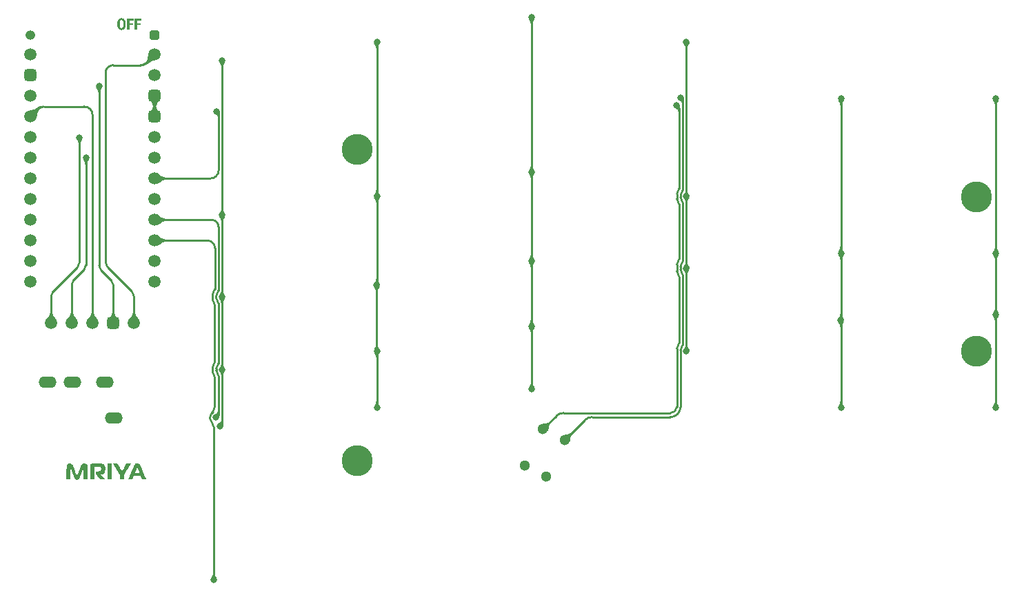
<source format=gtl>
G04 #@! TF.GenerationSoftware,KiCad,Pcbnew,7.0.2*
G04 #@! TF.CreationDate,2023-04-26T23:48:15+03:00*
G04 #@! TF.ProjectId,mriya-right,6d726979-612d-4726-9967-68742e6b6963,0.9*
G04 #@! TF.SameCoordinates,Original*
G04 #@! TF.FileFunction,Copper,L1,Top*
G04 #@! TF.FilePolarity,Positive*
%FSLAX46Y46*%
G04 Gerber Fmt 4.6, Leading zero omitted, Abs format (unit mm)*
G04 Created by KiCad (PCBNEW 7.0.2) date 2023-04-26 23:48:15*
%MOMM*%
%LPD*%
G01*
G04 APERTURE LIST*
G04 Aperture macros list*
%AMRoundRect*
0 Rectangle with rounded corners*
0 $1 Rounding radius*
0 $2 $3 $4 $5 $6 $7 $8 $9 X,Y pos of 4 corners*
0 Add a 4 corners polygon primitive as box body*
4,1,4,$2,$3,$4,$5,$6,$7,$8,$9,$2,$3,0*
0 Add four circle primitives for the rounded corners*
1,1,$1+$1,$2,$3*
1,1,$1+$1,$4,$5*
1,1,$1+$1,$6,$7*
1,1,$1+$1,$8,$9*
0 Add four rect primitives between the rounded corners*
20,1,$1+$1,$2,$3,$4,$5,0*
20,1,$1+$1,$4,$5,$6,$7,0*
20,1,$1+$1,$6,$7,$8,$9,0*
20,1,$1+$1,$8,$9,$2,$3,0*%
G04 Aperture macros list end*
%ADD10C,0.240000*%
G04 #@! TA.AperFunction,NonConductor*
%ADD11C,0.240000*%
G04 #@! TD*
G04 #@! TA.AperFunction,WasherPad*
%ADD12C,3.800000*%
G04 #@! TD*
G04 #@! TA.AperFunction,ComponentPad*
%ADD13O,2.200000X1.400000*%
G04 #@! TD*
G04 #@! TA.AperFunction,ComponentPad*
%ADD14C,1.300000*%
G04 #@! TD*
G04 #@! TA.AperFunction,ComponentPad*
%ADD15C,1.500000*%
G04 #@! TD*
G04 #@! TA.AperFunction,ComponentPad*
%ADD16RoundRect,0.375000X-0.375000X-0.375000X0.375000X-0.375000X0.375000X0.375000X-0.375000X0.375000X0*%
G04 #@! TD*
G04 #@! TA.AperFunction,ComponentPad*
%ADD17O,1.200000X1.200000*%
G04 #@! TD*
G04 #@! TA.AperFunction,ComponentPad*
%ADD18RoundRect,0.300000X-0.300000X-0.300000X0.300000X-0.300000X0.300000X0.300000X-0.300000X0.300000X0*%
G04 #@! TD*
G04 #@! TA.AperFunction,ViaPad*
%ADD19C,0.800000*%
G04 #@! TD*
G04 #@! TA.AperFunction,Conductor*
%ADD20C,0.250000*%
G04 #@! TD*
G04 #@! TA.AperFunction,Conductor*
%ADD21C,0.350000*%
G04 #@! TD*
G04 APERTURE END LIST*
D10*
D11*
G36*
X135563153Y-44558685D02*
G01*
X135577480Y-44559154D01*
X135591612Y-44559936D01*
X135605549Y-44561030D01*
X135619293Y-44562436D01*
X135646196Y-44566187D01*
X135672323Y-44571188D01*
X135697672Y-44577439D01*
X135722243Y-44584940D01*
X135746038Y-44593692D01*
X135769054Y-44603693D01*
X135791294Y-44614945D01*
X135812756Y-44627447D01*
X135833441Y-44641200D01*
X135853348Y-44656202D01*
X135872478Y-44672455D01*
X135890830Y-44689958D01*
X135908406Y-44708712D01*
X135916902Y-44718557D01*
X135933224Y-44739021D01*
X135948510Y-44760493D01*
X135962759Y-44782971D01*
X135975972Y-44806457D01*
X135988148Y-44830950D01*
X135993848Y-44843574D01*
X135999288Y-44856450D01*
X136004469Y-44869577D01*
X136009391Y-44882957D01*
X136014054Y-44896588D01*
X136018458Y-44910471D01*
X136022603Y-44924606D01*
X136026488Y-44938992D01*
X136030115Y-44953630D01*
X136033482Y-44968521D01*
X136036590Y-44983662D01*
X136039439Y-44999056D01*
X136042029Y-45014701D01*
X136044360Y-45030599D01*
X136046432Y-45046748D01*
X136048244Y-45063148D01*
X136049798Y-45079801D01*
X136051092Y-45096705D01*
X136052127Y-45113861D01*
X136052903Y-45131269D01*
X136053420Y-45148929D01*
X136053678Y-45166840D01*
X136053678Y-45407224D01*
X136053548Y-45424775D01*
X136053157Y-45442079D01*
X136052506Y-45459137D01*
X136051594Y-45475949D01*
X136050422Y-45492514D01*
X136048989Y-45508832D01*
X136047296Y-45524905D01*
X136045343Y-45540730D01*
X136043129Y-45556310D01*
X136040655Y-45571643D01*
X136037920Y-45586729D01*
X136034924Y-45601569D01*
X136031669Y-45616163D01*
X136028152Y-45630510D01*
X136024376Y-45644610D01*
X136020339Y-45658465D01*
X136016041Y-45672072D01*
X136011483Y-45685434D01*
X136006664Y-45698549D01*
X136001585Y-45711417D01*
X135996246Y-45724039D01*
X135984786Y-45748544D01*
X135972283Y-45772063D01*
X135958739Y-45794596D01*
X135944153Y-45816144D01*
X135928526Y-45836706D01*
X135920321Y-45846617D01*
X135903290Y-45865540D01*
X135885449Y-45883242D01*
X135866798Y-45899723D01*
X135847338Y-45914984D01*
X135827069Y-45929023D01*
X135805990Y-45941842D01*
X135784102Y-45953440D01*
X135761405Y-45963817D01*
X135737897Y-45972973D01*
X135713581Y-45980909D01*
X135688455Y-45987623D01*
X135662520Y-45993117D01*
X135635775Y-45997390D01*
X135622099Y-45999069D01*
X135608221Y-46000442D01*
X135594140Y-46001510D01*
X135579857Y-46002273D01*
X135565372Y-46002731D01*
X135550684Y-46002884D01*
X135536058Y-46002732D01*
X135521628Y-46002279D01*
X135507396Y-46001522D01*
X135493361Y-46000463D01*
X135479523Y-45999102D01*
X135465882Y-45997438D01*
X135439190Y-45993202D01*
X135413287Y-45987757D01*
X135388172Y-45981101D01*
X135363845Y-45973235D01*
X135340305Y-45964159D01*
X135317554Y-45953873D01*
X135295591Y-45942376D01*
X135274417Y-45929670D01*
X135254030Y-45915753D01*
X135234431Y-45900626D01*
X135215620Y-45884289D01*
X135197598Y-45866742D01*
X135180363Y-45847985D01*
X135164042Y-45828138D01*
X135148760Y-45807321D01*
X135134518Y-45785534D01*
X135121314Y-45762778D01*
X135109150Y-45739052D01*
X135098025Y-45714356D01*
X135092852Y-45701644D01*
X135087939Y-45688690D01*
X135083286Y-45675494D01*
X135078892Y-45662055D01*
X135074759Y-45648374D01*
X135070885Y-45634450D01*
X135067271Y-45620284D01*
X135063916Y-45605875D01*
X135060822Y-45591224D01*
X135057987Y-45576331D01*
X135055412Y-45561195D01*
X135053097Y-45545817D01*
X135051042Y-45530196D01*
X135049246Y-45514333D01*
X135047711Y-45498227D01*
X135046435Y-45481879D01*
X135045419Y-45465289D01*
X135044662Y-45448456D01*
X135044166Y-45431381D01*
X135043929Y-45414063D01*
X135043929Y-45407566D01*
X135326713Y-45407566D01*
X135326927Y-45430268D01*
X135327568Y-45452211D01*
X135328637Y-45473395D01*
X135330133Y-45493821D01*
X135332056Y-45513487D01*
X135334407Y-45532396D01*
X135337185Y-45550545D01*
X135340391Y-45567936D01*
X135344024Y-45584568D01*
X135348085Y-45600442D01*
X135352573Y-45615556D01*
X135357488Y-45629913D01*
X135362831Y-45643510D01*
X135368601Y-45656349D01*
X135378058Y-45674184D01*
X135381424Y-45679750D01*
X135392208Y-45695394D01*
X135404044Y-45709499D01*
X135416932Y-45722065D01*
X135430871Y-45733093D01*
X135445863Y-45742582D01*
X135461907Y-45750532D01*
X135479002Y-45756943D01*
X135497149Y-45761816D01*
X135516348Y-45765150D01*
X135536599Y-45766945D01*
X135550684Y-45767287D01*
X135570894Y-45766536D01*
X135590106Y-45764282D01*
X135608320Y-45760525D01*
X135625537Y-45755266D01*
X135641756Y-45748504D01*
X135656977Y-45740239D01*
X135671200Y-45730472D01*
X135684425Y-45719202D01*
X135696653Y-45706429D01*
X135707883Y-45692154D01*
X135714815Y-45681802D01*
X135724479Y-45664883D01*
X135733212Y-45646311D01*
X135738516Y-45633011D01*
X135743406Y-45618977D01*
X135747882Y-45604208D01*
X135751944Y-45588705D01*
X135755592Y-45572467D01*
X135758825Y-45555494D01*
X135761645Y-45537787D01*
X135764051Y-45519344D01*
X135766042Y-45500168D01*
X135767620Y-45480256D01*
X135768783Y-45459610D01*
X135769532Y-45438230D01*
X135769868Y-45416115D01*
X135769868Y-45171286D01*
X135769657Y-45147860D01*
X135769023Y-45125199D01*
X135767968Y-45103301D01*
X135766491Y-45082168D01*
X135764592Y-45061798D01*
X135762270Y-45042193D01*
X135759527Y-45023351D01*
X135756361Y-45005274D01*
X135752773Y-44987960D01*
X135748763Y-44971411D01*
X135744332Y-44955626D01*
X135739478Y-44940604D01*
X135734202Y-44926347D01*
X135728503Y-44912854D01*
X135722383Y-44900125D01*
X135715841Y-44888159D01*
X135705249Y-44871538D01*
X135693606Y-44856551D01*
X135680910Y-44843200D01*
X135667163Y-44831483D01*
X135652363Y-44821401D01*
X135636512Y-44812954D01*
X135619609Y-44806142D01*
X135601654Y-44800965D01*
X135582648Y-44797422D01*
X135562589Y-44795515D01*
X135548632Y-44795152D01*
X135534798Y-44795502D01*
X135514904Y-44797339D01*
X135496038Y-44800751D01*
X135478199Y-44805738D01*
X135461388Y-44812299D01*
X135445605Y-44820436D01*
X135430850Y-44830147D01*
X135417123Y-44841433D01*
X135404423Y-44854294D01*
X135392751Y-44868729D01*
X135382108Y-44884740D01*
X135372499Y-44902297D01*
X135366600Y-44914917D01*
X135361108Y-44928268D01*
X135356021Y-44942352D01*
X135351341Y-44957168D01*
X135347067Y-44972715D01*
X135343199Y-44988995D01*
X135339736Y-45006006D01*
X135336680Y-45023750D01*
X135334030Y-45042225D01*
X135331786Y-45061433D01*
X135329948Y-45081372D01*
X135328517Y-45102043D01*
X135327491Y-45123447D01*
X135326871Y-45145582D01*
X135326713Y-45156924D01*
X135326713Y-45407566D01*
X135043929Y-45407566D01*
X135043929Y-45173679D01*
X135044060Y-45155702D01*
X135044451Y-45137972D01*
X135045104Y-45120490D01*
X135046018Y-45103256D01*
X135047193Y-45086269D01*
X135048629Y-45069530D01*
X135050327Y-45053039D01*
X135052285Y-45036796D01*
X135054505Y-45020801D01*
X135056985Y-45005053D01*
X135059727Y-44989554D01*
X135062730Y-44974301D01*
X135065994Y-44959297D01*
X135069520Y-44944541D01*
X135073306Y-44930032D01*
X135077354Y-44915771D01*
X135081662Y-44901758D01*
X135086232Y-44887992D01*
X135091063Y-44874475D01*
X135096155Y-44861205D01*
X135101508Y-44848183D01*
X135107122Y-44835408D01*
X135112998Y-44822882D01*
X135119134Y-44810603D01*
X135132191Y-44786789D01*
X135146292Y-44763966D01*
X135161437Y-44742134D01*
X135177627Y-44721293D01*
X135194745Y-44701583D01*
X135212671Y-44683145D01*
X135231407Y-44665978D01*
X135250952Y-44650084D01*
X135271307Y-44635460D01*
X135292471Y-44622109D01*
X135314445Y-44610029D01*
X135337228Y-44599220D01*
X135360821Y-44589683D01*
X135385222Y-44581418D01*
X135410434Y-44574424D01*
X135436455Y-44568702D01*
X135463285Y-44564251D01*
X135477004Y-44562503D01*
X135490925Y-44561072D01*
X135505048Y-44559960D01*
X135519374Y-44559165D01*
X135533902Y-44558688D01*
X135548632Y-44558529D01*
X135563153Y-44558685D01*
G37*
G36*
X136971787Y-45405856D02*
G01*
X136532394Y-45405856D01*
X136532394Y-45981000D01*
X136249609Y-45981000D01*
X136249609Y-44580413D01*
X137024787Y-44580413D01*
X137024787Y-44816010D01*
X136532394Y-44816010D01*
X136532394Y-45171286D01*
X136971787Y-45171286D01*
X136971787Y-45405856D01*
G37*
G36*
X137903231Y-45405856D02*
G01*
X137463838Y-45405856D01*
X137463838Y-45981000D01*
X137181054Y-45981000D01*
X137181054Y-44580413D01*
X137956232Y-44580413D01*
X137956232Y-44816010D01*
X137463838Y-44816010D01*
X137463838Y-45171286D01*
X137903231Y-45171286D01*
X137903231Y-45405856D01*
G37*
G04 #@! TA.AperFunction,EtchedComponent*
G36*
X134352586Y-100300000D02*
G01*
X134352586Y-101274642D01*
X134102570Y-101274642D01*
X133852553Y-101274642D01*
X133852553Y-100300000D01*
X133852553Y-99325359D01*
X134102570Y-99325359D01*
X134352586Y-99325359D01*
X134352586Y-100300000D01*
G37*
G04 #@! TD.AperFunction*
G04 #@! TA.AperFunction,EtchedComponent*
G36*
X136667336Y-99378329D02*
G01*
X136658006Y-99393479D01*
X136640603Y-99421981D01*
X136615824Y-99462681D01*
X136584370Y-99514429D01*
X136546939Y-99576072D01*
X136504231Y-99646458D01*
X136456945Y-99724434D01*
X136405779Y-99808849D01*
X136351433Y-99898551D01*
X136294606Y-99992387D01*
X136247686Y-100069893D01*
X135861162Y-100708488D01*
X135861162Y-100991565D01*
X135861162Y-101274642D01*
X135611145Y-101274642D01*
X135361128Y-101274642D01*
X135361128Y-100991509D01*
X135361128Y-100708377D01*
X134945846Y-100020666D01*
X134886321Y-99922050D01*
X134829347Y-99827584D01*
X134775529Y-99738272D01*
X134725470Y-99655119D01*
X134679773Y-99579130D01*
X134639041Y-99511309D01*
X134603878Y-99452661D01*
X134574886Y-99404190D01*
X134552670Y-99366902D01*
X134537831Y-99341801D01*
X134530975Y-99329892D01*
X134530564Y-99329038D01*
X134538703Y-99328149D01*
X134561772Y-99327469D01*
X134597755Y-99327012D01*
X134644634Y-99326789D01*
X134700391Y-99326813D01*
X134763008Y-99327097D01*
X134798501Y-99327359D01*
X135066437Y-99329596D01*
X135337548Y-99789332D01*
X135385077Y-99869714D01*
X135430142Y-99945513D01*
X135472000Y-100015506D01*
X135509909Y-100078471D01*
X135543126Y-100133188D01*
X135570910Y-100178435D01*
X135592517Y-100212990D01*
X135607206Y-100235632D01*
X135614235Y-100245139D01*
X135614680Y-100245346D01*
X135619932Y-100237580D01*
X135633029Y-100216452D01*
X135653224Y-100183209D01*
X135679770Y-100139100D01*
X135711920Y-100085374D01*
X135748928Y-100023279D01*
X135790046Y-99954064D01*
X135834528Y-99878978D01*
X135881628Y-99799269D01*
X135890936Y-99783492D01*
X136161171Y-99325359D01*
X136430817Y-99325359D01*
X136700463Y-99325359D01*
X136667336Y-99378329D01*
G37*
G04 #@! TD.AperFunction*
G04 #@! TA.AperFunction,EtchedComponent*
G36*
X137545170Y-99302358D02*
G01*
X137615625Y-99310658D01*
X137677530Y-99325797D01*
X137677931Y-99325931D01*
X137739252Y-99355053D01*
X137793321Y-99398120D01*
X137837359Y-99452726D01*
X137850541Y-99475347D01*
X137856025Y-99487296D01*
X137867545Y-99513645D01*
X137884583Y-99553162D01*
X137906618Y-99604616D01*
X137933131Y-99666776D01*
X137963603Y-99738410D01*
X137997515Y-99818286D01*
X138034347Y-99905174D01*
X138073580Y-99997841D01*
X138114693Y-100095056D01*
X138157169Y-100195589D01*
X138200487Y-100298207D01*
X138244128Y-100401679D01*
X138287573Y-100504774D01*
X138330303Y-100606261D01*
X138371797Y-100704907D01*
X138411536Y-100799481D01*
X138449002Y-100888753D01*
X138483674Y-100971490D01*
X138515034Y-101046461D01*
X138542561Y-101112435D01*
X138565737Y-101168180D01*
X138584042Y-101212466D01*
X138596957Y-101244059D01*
X138603437Y-101260351D01*
X138604057Y-101264403D01*
X138601329Y-101267597D01*
X138593559Y-101270013D01*
X138579053Y-101271731D01*
X138556118Y-101272832D01*
X138523059Y-101273396D01*
X138478184Y-101273503D01*
X138419798Y-101273232D01*
X138346208Y-101272666D01*
X138343741Y-101272645D01*
X138078467Y-101270404D01*
X137990458Y-101047931D01*
X137902450Y-100825459D01*
X137492633Y-100825459D01*
X137082815Y-100825459D01*
X136994955Y-101047931D01*
X136907094Y-101270404D01*
X136646857Y-101272645D01*
X136567584Y-101273137D01*
X136504183Y-101273083D01*
X136455585Y-101272453D01*
X136420720Y-101271217D01*
X136398519Y-101269345D01*
X136387911Y-101266806D01*
X136386620Y-101265264D01*
X136389819Y-101256264D01*
X136399079Y-101232842D01*
X136413896Y-101196206D01*
X136433768Y-101147562D01*
X136458192Y-101088117D01*
X136486664Y-101019077D01*
X136518680Y-100941648D01*
X136553738Y-100857037D01*
X136591334Y-100766451D01*
X136630964Y-100671096D01*
X136672126Y-100572178D01*
X136714317Y-100470904D01*
X136727464Y-100439380D01*
X137208709Y-100439380D01*
X137216858Y-100440495D01*
X137239998Y-100441515D01*
X137276172Y-100442409D01*
X137323421Y-100443143D01*
X137379786Y-100443686D01*
X137443310Y-100444005D01*
X137493198Y-100444078D01*
X137570044Y-100444058D01*
X137631596Y-100443929D01*
X137679509Y-100443589D01*
X137715441Y-100442933D01*
X137741046Y-100441860D01*
X137757981Y-100440264D01*
X137767902Y-100438045D01*
X137772465Y-100435097D01*
X137773325Y-100431318D01*
X137772167Y-100426689D01*
X137766939Y-100412422D01*
X137756262Y-100385005D01*
X137740985Y-100346517D01*
X137721956Y-100299040D01*
X137700024Y-100244653D01*
X137676038Y-100185439D01*
X137650846Y-100123476D01*
X137625296Y-100060845D01*
X137600237Y-99999627D01*
X137576519Y-99941902D01*
X137554988Y-99889751D01*
X137536494Y-99845254D01*
X137521885Y-99810492D01*
X137512010Y-99787544D01*
X137507911Y-99778779D01*
X137497770Y-99761829D01*
X137481680Y-99778779D01*
X137476161Y-99788931D01*
X137465182Y-99812745D01*
X137449585Y-99848181D01*
X137430213Y-99893198D01*
X137407910Y-99945757D01*
X137383518Y-100003817D01*
X137357880Y-100065339D01*
X137331839Y-100128281D01*
X137306239Y-100190605D01*
X137281922Y-100250269D01*
X137259732Y-100305234D01*
X137240511Y-100353460D01*
X137225102Y-100392907D01*
X137214349Y-100421533D01*
X137209094Y-100437300D01*
X137208709Y-100439380D01*
X136727464Y-100439380D01*
X136757032Y-100368481D01*
X136799768Y-100266115D01*
X136842023Y-100165012D01*
X136883293Y-100066380D01*
X136923074Y-99971424D01*
X136960863Y-99881351D01*
X136996158Y-99797367D01*
X137028454Y-99720680D01*
X137057249Y-99652495D01*
X137082038Y-99594019D01*
X137102319Y-99546459D01*
X137117589Y-99511020D01*
X137127344Y-99488911D01*
X137130185Y-99482850D01*
X137156016Y-99441383D01*
X137189998Y-99400800D01*
X137227720Y-99365593D01*
X137264773Y-99340255D01*
X137275030Y-99335279D01*
X137331094Y-99317355D01*
X137398045Y-99305819D01*
X137471023Y-99300782D01*
X137545170Y-99302358D01*
G37*
G04 #@! TD.AperFunction*
G04 #@! TA.AperFunction,EtchedComponent*
G36*
X132281454Y-99326371D02*
G01*
X132374253Y-99326705D01*
X132481942Y-99327170D01*
X132560683Y-99327530D01*
X132681860Y-99328085D01*
X132787352Y-99328612D01*
X132878423Y-99329198D01*
X132956340Y-99329929D01*
X133022366Y-99330891D01*
X133077767Y-99332173D01*
X133123807Y-99333859D01*
X133161752Y-99336038D01*
X133192866Y-99338794D01*
X133218414Y-99342216D01*
X133239661Y-99346389D01*
X133257873Y-99351401D01*
X133274313Y-99357337D01*
X133290247Y-99364284D01*
X133306940Y-99372330D01*
X133321747Y-99379643D01*
X133377853Y-99413092D01*
X133423898Y-99454679D01*
X133461306Y-99503271D01*
X133497361Y-99570107D01*
X133526011Y-99650902D01*
X133546935Y-99744217D01*
X133559813Y-99848610D01*
X133564322Y-99962643D01*
X133564324Y-99965232D01*
X133559768Y-100094748D01*
X133546053Y-100210391D01*
X133523206Y-100312065D01*
X133491254Y-100399670D01*
X133450225Y-100473109D01*
X133409068Y-100523469D01*
X133359578Y-100566548D01*
X133304737Y-100598790D01*
X133242131Y-100621029D01*
X133169348Y-100634099D01*
X133083972Y-100638834D01*
X133074959Y-100638881D01*
X133037039Y-100639454D01*
X133006269Y-100640917D01*
X132986029Y-100643040D01*
X132979613Y-100645320D01*
X132985433Y-100652355D01*
X133002147Y-100670211D01*
X133028639Y-100697749D01*
X133063792Y-100733828D01*
X133106490Y-100777309D01*
X133155617Y-100827054D01*
X133210055Y-100881921D01*
X133268689Y-100940773D01*
X133291032Y-100963138D01*
X133602450Y-101274642D01*
X133292057Y-101274642D01*
X132981663Y-101274642D01*
X132762404Y-101022702D01*
X132711052Y-100963806D01*
X132660574Y-100906118D01*
X132612657Y-100851551D01*
X132568990Y-100802018D01*
X132531257Y-100759434D01*
X132501148Y-100725711D01*
X132480349Y-100702763D01*
X132479400Y-100701733D01*
X132449971Y-100668111D01*
X132422209Y-100633322D01*
X132400005Y-100602393D01*
X132390607Y-100587123D01*
X132377863Y-100561895D01*
X132370296Y-100539516D01*
X132366586Y-100513825D01*
X132365411Y-100478663D01*
X132365362Y-100469503D01*
X132367619Y-100416955D01*
X132375882Y-100377389D01*
X132391893Y-100347384D01*
X132417397Y-100323517D01*
X132449282Y-100304769D01*
X132465616Y-100296740D01*
X132480313Y-100290583D01*
X132495966Y-100285969D01*
X132515170Y-100282569D01*
X132540520Y-100280054D01*
X132574611Y-100278095D01*
X132620038Y-100276364D01*
X132679395Y-100274531D01*
X132690432Y-100274204D01*
X132763635Y-100271681D01*
X132822096Y-100268637D01*
X132868027Y-100264650D01*
X132903636Y-100259295D01*
X132931133Y-100252148D01*
X132952726Y-100242784D01*
X132970627Y-100230779D01*
X132985145Y-100217627D01*
X133008692Y-100186923D01*
X133025636Y-100147449D01*
X133036531Y-100097065D01*
X133041930Y-100033633D01*
X133042748Y-99994895D01*
X133041318Y-99928790D01*
X133035921Y-99876513D01*
X133025877Y-99835262D01*
X133010504Y-99802237D01*
X132989191Y-99774711D01*
X132975740Y-99761252D01*
X132962277Y-99750173D01*
X132947074Y-99741244D01*
X132928401Y-99734233D01*
X132904527Y-99728909D01*
X132873723Y-99725042D01*
X132834259Y-99722399D01*
X132784405Y-99720750D01*
X132722432Y-99719864D01*
X132646609Y-99719509D01*
X132575551Y-99719453D01*
X132495301Y-99719484D01*
X132430242Y-99719638D01*
X132378618Y-99720011D01*
X132338670Y-99720696D01*
X132308641Y-99721789D01*
X132286773Y-99723383D01*
X132271308Y-99725573D01*
X132260487Y-99728452D01*
X132252553Y-99732117D01*
X132245748Y-99736660D01*
X132245021Y-99737197D01*
X132225246Y-99758073D01*
X132211063Y-99783554D01*
X132210973Y-99783810D01*
X132209057Y-99793951D01*
X132207363Y-99813290D01*
X132205882Y-99842594D01*
X132204603Y-99882630D01*
X132203514Y-99934165D01*
X132202605Y-99997966D01*
X132201866Y-100074799D01*
X132201286Y-100165432D01*
X132200853Y-100270630D01*
X132200558Y-100391162D01*
X132200390Y-100527793D01*
X132200379Y-100543661D01*
X132199900Y-101274642D01*
X131949692Y-101274642D01*
X131699484Y-101274642D01*
X131701794Y-100399583D01*
X131702148Y-100254407D01*
X131702447Y-100125186D01*
X131702766Y-100010925D01*
X131703181Y-99910629D01*
X131703765Y-99823303D01*
X131704593Y-99747952D01*
X131705739Y-99683581D01*
X131707278Y-99629195D01*
X131709285Y-99583800D01*
X131711833Y-99546400D01*
X131714998Y-99516000D01*
X131718855Y-99491606D01*
X131723476Y-99472223D01*
X131728938Y-99456854D01*
X131735314Y-99444507D01*
X131742679Y-99434185D01*
X131751108Y-99424894D01*
X131760675Y-99415639D01*
X131771455Y-99405425D01*
X131776630Y-99400341D01*
X131805588Y-99374678D01*
X131835202Y-99357141D01*
X131873419Y-99343076D01*
X131875385Y-99342475D01*
X131886772Y-99339116D01*
X131898084Y-99336215D01*
X131910569Y-99333744D01*
X131925472Y-99331675D01*
X131944043Y-99329983D01*
X131967526Y-99328639D01*
X131997171Y-99327616D01*
X132034223Y-99326888D01*
X132079931Y-99326426D01*
X132135540Y-99326204D01*
X132202299Y-99326195D01*
X132281454Y-99326371D01*
G37*
G04 #@! TD.AperFunction*
G04 #@! TA.AperFunction,EtchedComponent*
G36*
X129247329Y-99310844D02*
G01*
X129305508Y-99317344D01*
X129326039Y-99321459D01*
X129399603Y-99346861D01*
X129467356Y-99385964D01*
X129526500Y-99436526D01*
X129574235Y-99496308D01*
X129597814Y-99539038D01*
X129604744Y-99555715D01*
X129616924Y-99586925D01*
X129633831Y-99631262D01*
X129654942Y-99687322D01*
X129679732Y-99753700D01*
X129707680Y-99828992D01*
X129738262Y-99911792D01*
X129770954Y-100000696D01*
X129805234Y-100094300D01*
X129834575Y-100174712D01*
X129869346Y-100270001D01*
X129902629Y-100360899D01*
X129933944Y-100446108D01*
X129962808Y-100524333D01*
X129988739Y-100594275D01*
X130011254Y-100654639D01*
X130029873Y-100704127D01*
X130044113Y-100741443D01*
X130053491Y-100765288D01*
X130057379Y-100774165D01*
X130075005Y-100792879D01*
X130093699Y-100794897D01*
X130108112Y-100785278D01*
X130113430Y-100774998D01*
X130124021Y-100750042D01*
X130139405Y-100711676D01*
X130159099Y-100661167D01*
X130182622Y-100599782D01*
X130209492Y-100528788D01*
X130239226Y-100449450D01*
X130271344Y-100363036D01*
X130305362Y-100270813D01*
X130340799Y-100174046D01*
X130344257Y-100164566D01*
X130380065Y-100066640D01*
X130414662Y-99972538D01*
X130447545Y-99883599D01*
X130478210Y-99801162D01*
X130506153Y-99726566D01*
X130530872Y-99661150D01*
X130551861Y-99606252D01*
X130568619Y-99563211D01*
X130580640Y-99533367D01*
X130587421Y-99518057D01*
X130587608Y-99517708D01*
X130631936Y-99451119D01*
X130685510Y-99397861D01*
X130749052Y-99357523D01*
X130823284Y-99329693D01*
X130908927Y-99313959D01*
X130950256Y-99310770D01*
X131045225Y-99311659D01*
X131130928Y-99323817D01*
X131205744Y-99346959D01*
X131236288Y-99361335D01*
X131278836Y-99388133D01*
X131311431Y-99419585D01*
X131338583Y-99460581D01*
X131351622Y-99486387D01*
X131373574Y-99533000D01*
X131373574Y-100405940D01*
X131373574Y-101278879D01*
X131128351Y-101281130D01*
X131065414Y-101281466D01*
X131007958Y-101281309D01*
X130958178Y-101280701D01*
X130918264Y-101279687D01*
X130890410Y-101278309D01*
X130876807Y-101276610D01*
X130875926Y-101276179D01*
X130874922Y-101266778D01*
X130874188Y-101241710D01*
X130873721Y-101202258D01*
X130873516Y-101149702D01*
X130873570Y-101085324D01*
X130873877Y-101010407D01*
X130874434Y-100926230D01*
X130875237Y-100834077D01*
X130876281Y-100735229D01*
X130877562Y-100630966D01*
X130878168Y-100586036D01*
X130879900Y-100458999D01*
X130881333Y-100347853D01*
X130882444Y-100251540D01*
X130883205Y-100169003D01*
X130883591Y-100099182D01*
X130883578Y-100041022D01*
X130883138Y-99993464D01*
X130882246Y-99955451D01*
X130880877Y-99925925D01*
X130879004Y-99903829D01*
X130876603Y-99888104D01*
X130873648Y-99877694D01*
X130870112Y-99871540D01*
X130865970Y-99868586D01*
X130861196Y-99867772D01*
X130860725Y-99867768D01*
X130850779Y-99874151D01*
X130839253Y-99888357D01*
X130834234Y-99899569D01*
X130824015Y-99925435D01*
X130809082Y-99964639D01*
X130789920Y-100015865D01*
X130767014Y-100077799D01*
X130740847Y-100149124D01*
X130711905Y-100228525D01*
X130680672Y-100314687D01*
X130647634Y-100406295D01*
X130618309Y-100487973D01*
X130583726Y-100584279D01*
X130550248Y-100677080D01*
X130518396Y-100764959D01*
X130488691Y-100846498D01*
X130461655Y-100920279D01*
X130437809Y-100984884D01*
X130417672Y-101038895D01*
X130401767Y-101080894D01*
X130390614Y-101109463D01*
X130385504Y-101121608D01*
X130351172Y-101183864D01*
X130312591Y-101230950D01*
X130268405Y-101264400D01*
X130251214Y-101273238D01*
X130227508Y-101283111D01*
X130204551Y-101289677D01*
X130177631Y-101293710D01*
X130142036Y-101295984D01*
X130106540Y-101297007D01*
X130066044Y-101297478D01*
X130030563Y-101297171D01*
X130004261Y-101296165D01*
X129992126Y-101294795D01*
X129928938Y-101273459D01*
X129878199Y-101243412D01*
X129836700Y-101202082D01*
X129801234Y-101146897D01*
X129796632Y-101138046D01*
X129790061Y-101122745D01*
X129778340Y-101092825D01*
X129761968Y-101049649D01*
X129741446Y-100994578D01*
X129717273Y-100928976D01*
X129689949Y-100854203D01*
X129659974Y-100771622D01*
X129627848Y-100682596D01*
X129594069Y-100588487D01*
X129559615Y-100491993D01*
X129525012Y-100395170D01*
X129491772Y-100302816D01*
X129460369Y-100216205D01*
X129431274Y-100136609D01*
X129404961Y-100065301D01*
X129381902Y-100003556D01*
X129362569Y-99952647D01*
X129347435Y-99913846D01*
X129336973Y-99888427D01*
X129331656Y-99877663D01*
X129331546Y-99877545D01*
X129319850Y-99868375D01*
X129311085Y-99872454D01*
X129305121Y-99879982D01*
X129302890Y-99884973D01*
X129300941Y-99894229D01*
X129299255Y-99908800D01*
X129297814Y-99929735D01*
X129296602Y-99958083D01*
X129295598Y-99994892D01*
X129294786Y-100041213D01*
X129294148Y-100098094D01*
X129293665Y-100166585D01*
X129293319Y-100247735D01*
X129293093Y-100342592D01*
X129292968Y-100452207D01*
X129292927Y-100577628D01*
X129292927Y-100589775D01*
X129292927Y-101283117D01*
X129046994Y-101283117D01*
X128801062Y-101283117D01*
X128803334Y-100403821D01*
X128805606Y-99524525D01*
X128825093Y-99482149D01*
X128857533Y-99429502D01*
X128902305Y-99386605D01*
X128960192Y-99352925D01*
X129031978Y-99327929D01*
X129061843Y-99320854D01*
X129118570Y-99312583D01*
X129182708Y-99309251D01*
X129247329Y-99310844D01*
G37*
G04 #@! TD.AperFunction*
D12*
X164500000Y-99000000D03*
D13*
X134600000Y-93700000D03*
X126500000Y-89300000D03*
X129500000Y-89300000D03*
X133500000Y-89300000D03*
D14*
X185028514Y-99546531D03*
X187701534Y-100908502D03*
X189971486Y-96453469D03*
X187298466Y-95091498D03*
D15*
X139620000Y-49030000D03*
X139620000Y-51570000D03*
D16*
X139620000Y-54110000D03*
X139620000Y-56650000D03*
D15*
X139620000Y-59190000D03*
X139620000Y-61730000D03*
X139620000Y-64270000D03*
X139620000Y-66810000D03*
X139620000Y-69350000D03*
X139620000Y-71890000D03*
X139620000Y-74430000D03*
X139620000Y-76970000D03*
X124380000Y-76970000D03*
X124380000Y-74430000D03*
X124380000Y-71890000D03*
X124380000Y-69350000D03*
X124380000Y-66810000D03*
X124380000Y-64270000D03*
X124380000Y-61730000D03*
X124380000Y-59190000D03*
X124380000Y-56650000D03*
X124380000Y-54110000D03*
D16*
X124380000Y-51570000D03*
D15*
X124380000Y-49030000D03*
D12*
X164500000Y-60650000D03*
X240500000Y-85500000D03*
X240500000Y-66500000D03*
D17*
X124380000Y-46630000D03*
D18*
X139620000Y-46630000D03*
D15*
X126920000Y-82050000D03*
X129460000Y-82050000D03*
X132000000Y-82050000D03*
D16*
X134540000Y-82050000D03*
D15*
X137080000Y-82050000D03*
D19*
X132793750Y-52900000D03*
X203735500Y-55313296D03*
X130393750Y-59225000D03*
X131193750Y-61725000D03*
X147205500Y-56000000D03*
X147175500Y-93625000D03*
X146875000Y-113575000D03*
X204185500Y-54314500D03*
X242915000Y-54460000D03*
X242915000Y-92460000D03*
X242915000Y-80985000D03*
X242915000Y-73460000D03*
X223915000Y-73460000D03*
X223884251Y-81706741D03*
X223915000Y-92460000D03*
X223915000Y-54460000D03*
X204915000Y-47460000D03*
X204915000Y-66460000D03*
X204915000Y-85460000D03*
X204912393Y-75300000D03*
X185915000Y-63460000D03*
X185915000Y-44460000D03*
X185949799Y-90149799D03*
X185915000Y-82460000D03*
X185900000Y-74397390D03*
X166915000Y-85460000D03*
X166915000Y-47460000D03*
X166898695Y-77398695D03*
X166915000Y-66460000D03*
X166948305Y-92451292D03*
X147915000Y-87760000D03*
X147915000Y-49760000D03*
X147915000Y-68760000D03*
X147630000Y-94700000D03*
X147898560Y-78824500D03*
D20*
X187308502Y-95091498D02*
X188946399Y-93453600D01*
X204010000Y-55587796D02*
X203735500Y-55313296D01*
X132793750Y-74936907D02*
X132793750Y-52900000D01*
X204010000Y-65512380D02*
X204010000Y-55587796D01*
X203740000Y-66752246D02*
X203740000Y-66164217D01*
X134300932Y-76782182D02*
X133032817Y-75514067D01*
D21*
X139620000Y-54110000D02*
X139620000Y-56650000D01*
D20*
X204012393Y-76325109D02*
X204012393Y-84508295D01*
X204015000Y-74182452D02*
X204015000Y-67416155D01*
X203740000Y-92321058D02*
X203740000Y-85165909D01*
X187298466Y-95091498D02*
X187308502Y-95091498D01*
X203737393Y-74852654D02*
X203737393Y-75661200D01*
X189800065Y-93100000D02*
X202961058Y-93100000D01*
X134540000Y-77359342D02*
X134540000Y-82050000D01*
X204012375Y-76325109D02*
G75*
G03*
X203874893Y-75993155I-469475J9D01*
G01*
X189800065Y-93099986D02*
G75*
G03*
X188946400Y-93453601I35J-1207314D01*
G01*
X203739981Y-66752246D02*
G75*
G03*
X203877500Y-67084201I469519J46D01*
G01*
X134539978Y-77359342D02*
G75*
G03*
X134300932Y-76782182I-816178J42D01*
G01*
X203875006Y-65838305D02*
G75*
G03*
X204010000Y-65512380I-325906J325905D01*
G01*
X203876197Y-84837103D02*
G75*
G03*
X204012393Y-84508295I-328797J328803D01*
G01*
X203876192Y-84837098D02*
G75*
G03*
X203740000Y-85165909I328808J-328802D01*
G01*
X203876219Y-74517576D02*
G75*
G03*
X204015000Y-74182452I-335119J335076D01*
G01*
X203876169Y-74517526D02*
G75*
G03*
X203737393Y-74852654I335131J-335074D01*
G01*
X203874995Y-65838294D02*
G75*
G03*
X203740000Y-66164217I325905J-325906D01*
G01*
X204015018Y-67416155D02*
G75*
G03*
X203877500Y-67084201I-469518J-45D01*
G01*
X202961058Y-93100000D02*
G75*
G03*
X203740000Y-92321058I42J778900D01*
G01*
X132793752Y-74936907D02*
G75*
G03*
X133032818Y-75514066I816248J7D01*
G01*
X203737408Y-75661200D02*
G75*
G03*
X203874893Y-75993155I469492J0D01*
G01*
X130393750Y-74586907D02*
X130393750Y-59225000D01*
X127159067Y-78159682D02*
X130154682Y-75164067D01*
X126920000Y-78736842D02*
X126920000Y-82050000D01*
X130154683Y-75164068D02*
G75*
G03*
X130393750Y-74586907I-577183J577168D01*
G01*
X127159052Y-78159667D02*
G75*
G03*
X126920000Y-78736842I577148J-577133D01*
G01*
X129460000Y-77296842D02*
X129460000Y-82050000D01*
X131193750Y-74886907D02*
X131193750Y-61725000D01*
X130954682Y-75464067D02*
X129699067Y-76719682D01*
X130954683Y-75464068D02*
G75*
G03*
X131193750Y-74886907I-577183J577168D01*
G01*
X129699052Y-76719667D02*
G75*
G03*
X129460000Y-77296842I577148J-577133D01*
G01*
X137883451Y-50325000D02*
X134550392Y-50325000D01*
X137080000Y-78749342D02*
X137080000Y-82050000D01*
X138637221Y-50012778D02*
X139620000Y-49030000D01*
X136840932Y-78172182D02*
X133832817Y-75164067D01*
X133593750Y-51281642D02*
X133593750Y-74586907D01*
X137883451Y-50325033D02*
G75*
G03*
X138637221Y-50012778I-51J1066033D01*
G01*
X137079978Y-78749342D02*
G75*
G03*
X136840932Y-78172182I-816178J42D01*
G01*
X133593752Y-74586907D02*
G75*
G03*
X133832818Y-75164066I816248J7D01*
G01*
X134550392Y-50324950D02*
G75*
G03*
X133593750Y-51281642I8J-956650D01*
G01*
X147480000Y-56274500D02*
X147480000Y-63251186D01*
X146461186Y-64270000D02*
X139620000Y-64270000D01*
X147205500Y-56000000D02*
X147480000Y-56274500D01*
X146461186Y-64270000D02*
G75*
G03*
X147480000Y-63251186I14J1018800D01*
G01*
X147175500Y-93625000D02*
X147450000Y-93350500D01*
X147450000Y-87015847D02*
X147450000Y-79596717D01*
X146615446Y-69350000D02*
X139620000Y-69350000D01*
X147173560Y-78929332D02*
X147173560Y-78730274D01*
X147450000Y-93350500D02*
X147450000Y-88504152D01*
X147465000Y-78026675D02*
X147465000Y-70199554D01*
X147190000Y-87876457D02*
X147190000Y-87643542D01*
X147190017Y-87876457D02*
G75*
G03*
X147320001Y-88190304I443783J-43D01*
G01*
X147319289Y-78378484D02*
G75*
G03*
X147173560Y-78730274I351811J-351816D01*
G01*
X147465000Y-70199554D02*
G75*
G03*
X146615446Y-69350000I-849600J-46D01*
G01*
X147450047Y-88504152D02*
G75*
G03*
X147320000Y-88190305I-443847J-48D01*
G01*
X147319288Y-78378483D02*
G75*
G03*
X147465000Y-78026675I-351788J351783D01*
G01*
X147319987Y-87329682D02*
G75*
G03*
X147450000Y-87015847I-313887J313882D01*
G01*
X147449991Y-79596717D02*
G75*
G03*
X147311780Y-79263025I-471891J17D01*
G01*
X147319989Y-87329684D02*
G75*
G03*
X147190000Y-87643542I313811J-313816D01*
G01*
X147173546Y-78929332D02*
G75*
G03*
X147311781Y-79263024I471954J32D01*
G01*
X146632817Y-94264067D02*
X146660932Y-94292182D01*
X147015000Y-72812043D02*
X147015000Y-77840279D01*
X147000000Y-79783113D02*
X147000000Y-86829451D01*
X146393750Y-93686907D02*
X146393750Y-93663092D01*
X139620000Y-71890000D02*
X146092957Y-71890000D01*
X147000000Y-92380657D02*
X147000000Y-88690548D01*
X146760931Y-92957817D02*
X146632817Y-93085932D01*
X146900000Y-113550000D02*
X146875000Y-113575000D01*
X146723560Y-78543878D02*
X146723560Y-79115728D01*
X146740000Y-87457146D02*
X146740000Y-88062853D01*
X146900000Y-94869342D02*
X146900000Y-113550000D01*
X146740020Y-88062853D02*
G75*
G03*
X146870001Y-88376700I443780J-47D01*
G01*
X147015000Y-72812043D02*
G75*
G03*
X146092957Y-71890000I-922000J43D01*
G01*
X146869987Y-87143286D02*
G75*
G03*
X146740000Y-87457146I313813J-313814D01*
G01*
X146999979Y-88690548D02*
G75*
G03*
X146870000Y-88376701I-443779J48D01*
G01*
X146869286Y-78192085D02*
G75*
G03*
X147015000Y-77840279I-351786J351785D01*
G01*
X146869287Y-78192086D02*
G75*
G03*
X146723560Y-78543878I351813J-351814D01*
G01*
X146723548Y-79115728D02*
G75*
G03*
X146861780Y-79449421I471952J28D01*
G01*
X146869985Y-87143284D02*
G75*
G03*
X147000000Y-86829451I-313885J313884D01*
G01*
X146393752Y-93686907D02*
G75*
G03*
X146632818Y-94264066I816248J7D01*
G01*
X146999994Y-79783113D02*
G75*
G03*
X146861780Y-79449421I-471894J13D01*
G01*
X146632817Y-93085932D02*
G75*
G03*
X146393750Y-93663092I577183J-577168D01*
G01*
X146899978Y-94869342D02*
G75*
G03*
X146660932Y-94292182I-816178J42D01*
G01*
X146760948Y-92957834D02*
G75*
G03*
X147000000Y-92380657I-577148J577134D01*
G01*
X130973791Y-55425000D02*
X126053957Y-55425000D01*
X125287538Y-55742461D02*
X124380000Y-56650000D01*
X132000000Y-56451209D02*
X132000000Y-82050000D01*
X132000000Y-56451209D02*
G75*
G03*
X130973791Y-55425000I-1026200J9D01*
G01*
X126053957Y-55424976D02*
G75*
G03*
X125287538Y-55742461I43J-1083924D01*
G01*
X204460000Y-54589000D02*
X204185500Y-54314500D01*
X189971486Y-96428514D02*
X192421637Y-93978362D01*
X189971486Y-96453469D02*
X189971486Y-96428514D01*
X204190000Y-92365174D02*
X204190000Y-85352305D01*
X204187393Y-75474804D02*
X204187393Y-75102654D01*
X193335083Y-93600000D02*
X202955174Y-93600000D01*
X204190000Y-66565850D02*
X204190000Y-66350613D01*
X204465000Y-74432452D02*
X204465000Y-67229759D01*
X204462393Y-76138713D02*
X204462393Y-84694691D01*
X204460000Y-65698776D02*
X204460000Y-54589000D01*
X202955174Y-93600000D02*
G75*
G03*
X204190000Y-92365174I26J1234800D01*
G01*
X204189978Y-66565850D02*
G75*
G03*
X204327500Y-66897805I469522J50D01*
G01*
X204326169Y-74767526D02*
G75*
G03*
X204187393Y-75102654I335131J-335074D01*
G01*
X204465015Y-67229759D02*
G75*
G03*
X204327500Y-66897805I-469515J-41D01*
G01*
X204325008Y-66024703D02*
G75*
G03*
X204460000Y-65698776I-325908J325903D01*
G01*
X204187406Y-75474804D02*
G75*
G03*
X204324894Y-75806758I469494J4D01*
G01*
X204324997Y-66024692D02*
G75*
G03*
X204190000Y-66350613I325903J-325908D01*
G01*
X204326219Y-74767576D02*
G75*
G03*
X204465000Y-74432452I-335119J335076D01*
G01*
X193335083Y-93599986D02*
G75*
G03*
X192421637Y-93978362I17J-1291814D01*
G01*
X204326194Y-85023496D02*
G75*
G03*
X204190000Y-85352305I328806J-328804D01*
G01*
X204462372Y-76138713D02*
G75*
G03*
X204324893Y-75806759I-469472J13D01*
G01*
X204326199Y-85023501D02*
G75*
G03*
X204462393Y-84694691I-328799J328801D01*
G01*
X242900000Y-81000000D02*
X242900000Y-92445000D01*
X242915000Y-80985000D02*
X242915000Y-73460000D01*
X242910000Y-54465000D02*
X242915000Y-54460000D01*
X242915000Y-80985000D02*
X242900000Y-81000000D01*
X242900000Y-92445000D02*
X242915000Y-92460000D01*
X242910000Y-73455000D02*
X242910000Y-54465000D01*
X223915000Y-54460000D02*
X223910000Y-54465000D01*
X223915000Y-92460000D02*
X223915000Y-81737490D01*
X223910000Y-54465000D02*
X223910000Y-73455000D01*
X223915000Y-81737490D02*
X223884251Y-81706741D01*
X223915000Y-81675992D02*
X223884251Y-81706741D01*
X223915000Y-73460000D02*
X223915000Y-81675992D01*
X204915000Y-66460000D02*
X204915000Y-75297393D01*
X204910000Y-47465000D02*
X204910000Y-66455000D01*
X204912393Y-85457393D02*
X204915000Y-85460000D01*
X204912393Y-75300000D02*
X204912393Y-85457393D01*
X204915000Y-75297393D02*
X204912393Y-75300000D01*
X185915000Y-74382390D02*
X185915000Y-63460000D01*
X185900000Y-82445000D02*
X185915000Y-82460000D01*
X185915000Y-90115000D02*
X185915000Y-82460000D01*
X185900000Y-74397390D02*
X185900000Y-82445000D01*
X185949799Y-90149799D02*
X185915000Y-90115000D01*
X185900000Y-74397390D02*
X185915000Y-74382390D01*
X185920000Y-44465000D02*
X185920000Y-63455000D01*
X166910000Y-47465000D02*
X166910000Y-66455000D01*
X166898695Y-77398695D02*
X166898695Y-85443695D01*
X166898695Y-85443695D02*
X166915000Y-85460000D01*
X166915000Y-92417987D02*
X166915000Y-85460000D01*
X166915000Y-66460000D02*
X166915000Y-77382390D01*
X166915000Y-77382390D02*
X166898695Y-77398695D01*
X166948305Y-92451292D02*
X166915000Y-92417987D01*
X147898560Y-78824500D02*
X147915000Y-78808060D01*
X147900000Y-94430000D02*
X147900000Y-87775000D01*
X147898560Y-78824500D02*
X147900000Y-78825940D01*
X147900000Y-78825940D02*
X147900000Y-87745000D01*
X147930000Y-49775000D02*
X147930000Y-68745000D01*
X147900000Y-87775000D02*
X147915000Y-87760000D01*
X147630000Y-94700000D02*
X147900000Y-94430000D01*
X147900000Y-87745000D02*
X147915000Y-87760000D01*
X147915000Y-78808060D02*
X147915000Y-68760000D01*
G04 #@! TA.AperFunction,Conductor*
G36*
X190803167Y-95435861D02*
G01*
X190964146Y-95596839D01*
X190967573Y-95605112D01*
X190964524Y-95612989D01*
X190887539Y-95697533D01*
X190869753Y-95717065D01*
X190869568Y-95717319D01*
X190869560Y-95717331D01*
X190795737Y-95819610D01*
X190795730Y-95819620D01*
X190795502Y-95819937D01*
X190795317Y-95820282D01*
X190795313Y-95820290D01*
X190744320Y-95915879D01*
X190744313Y-95915894D01*
X190744124Y-95916249D01*
X190743986Y-95916627D01*
X190743980Y-95916642D01*
X190710573Y-96008560D01*
X190710569Y-96008572D01*
X190710451Y-96008898D01*
X190710373Y-96009234D01*
X190710369Y-96009250D01*
X190689372Y-96100557D01*
X190689320Y-96100784D01*
X190689289Y-96100993D01*
X190689287Y-96101006D01*
X190675564Y-96194807D01*
X190675546Y-96194958D01*
X190664018Y-96293864D01*
X190649560Y-96400539D01*
X190649456Y-96401173D01*
X190626979Y-96518237D01*
X190626776Y-96519112D01*
X190593228Y-96642025D01*
X190587744Y-96649104D01*
X190582483Y-96650631D01*
X189760076Y-96688796D01*
X189751653Y-96685757D01*
X189747847Y-96677651D01*
X189747834Y-96677194D01*
X189746683Y-96519112D01*
X189741841Y-95853928D01*
X189745209Y-95845630D01*
X189749864Y-95842736D01*
X189872889Y-95802046D01*
X189873747Y-95801800D01*
X189990896Y-95773165D01*
X189991529Y-95773030D01*
X190098309Y-95753612D01*
X190098495Y-95753580D01*
X190197846Y-95738062D01*
X190197962Y-95738042D01*
X190251313Y-95728493D01*
X190292434Y-95721134D01*
X190385110Y-95697451D01*
X190478802Y-95661651D01*
X190576439Y-95608376D01*
X190680950Y-95532265D01*
X190787008Y-95435490D01*
X190795429Y-95432446D01*
X190803167Y-95435861D01*
G37*
G04 #@! TD.AperFunction*
G04 #@! TA.AperFunction,Conductor*
G36*
X204925533Y-47268564D02*
G01*
X204925829Y-47268867D01*
X205267021Y-47632772D01*
X205270179Y-47641150D01*
X205268798Y-47646299D01*
X205235576Y-47708304D01*
X205235289Y-47708809D01*
X205199653Y-47768055D01*
X205199483Y-47768327D01*
X205165753Y-47820865D01*
X205146853Y-47850443D01*
X205134622Y-47869585D01*
X205134609Y-47869605D01*
X205134553Y-47869694D01*
X205134486Y-47869807D01*
X205134435Y-47869893D01*
X205106682Y-47917549D01*
X205106673Y-47917564D01*
X205106557Y-47917765D01*
X205106455Y-47917976D01*
X205106452Y-47917983D01*
X205083787Y-47965175D01*
X205082348Y-47968171D01*
X205082246Y-47968457D01*
X205082241Y-47968470D01*
X205062617Y-48023688D01*
X205062505Y-48024004D01*
X205062434Y-48024308D01*
X205062430Y-48024324D01*
X205047680Y-48088062D01*
X205047678Y-48088071D01*
X205047612Y-48088358D01*
X205047575Y-48088651D01*
X205047574Y-48088662D01*
X205038282Y-48164058D01*
X205038280Y-48164077D01*
X205038250Y-48164325D01*
X205038240Y-48164591D01*
X205038240Y-48164597D01*
X205035404Y-48243719D01*
X205031683Y-48251864D01*
X205023712Y-48255000D01*
X204796294Y-48255000D01*
X204788021Y-48251573D01*
X204784601Y-48243713D01*
X204781805Y-48164597D01*
X204781764Y-48163428D01*
X204772465Y-48086696D01*
X204757710Y-48021660D01*
X204738108Y-47965175D01*
X204714269Y-47914099D01*
X204686801Y-47865285D01*
X204686749Y-47865201D01*
X204686695Y-47865108D01*
X204656314Y-47815592D01*
X204623498Y-47762007D01*
X204623311Y-47761690D01*
X204588869Y-47701256D01*
X204588586Y-47700730D01*
X204556603Y-47637286D01*
X204555939Y-47628356D01*
X204558719Y-47623806D01*
X204908989Y-47268676D01*
X204917236Y-47265194D01*
X204925533Y-47268564D01*
G37*
G04 #@! TD.AperFunction*
G04 #@! TA.AperFunction,Conductor*
G36*
X137202143Y-80563427D02*
G01*
X137205554Y-80571116D01*
X137213737Y-80735128D01*
X137213797Y-80735481D01*
X137213798Y-80735483D01*
X137238509Y-80879065D01*
X137238511Y-80879071D01*
X137277163Y-80998622D01*
X137327535Y-81100573D01*
X137327724Y-81100861D01*
X137327729Y-81100869D01*
X137387342Y-81191528D01*
X137387351Y-81191540D01*
X137387467Y-81191717D01*
X137387597Y-81191885D01*
X137387604Y-81191895D01*
X137454802Y-81278847D01*
X137454880Y-81278945D01*
X137527282Y-81368634D01*
X137527490Y-81368900D01*
X137602805Y-81467919D01*
X137603253Y-81468549D01*
X137679358Y-81583656D01*
X137679884Y-81584533D01*
X137750923Y-81715563D01*
X137751853Y-81724469D01*
X137749070Y-81729249D01*
X137088433Y-82416230D01*
X137080229Y-82419818D01*
X137071890Y-82416553D01*
X137071567Y-82416230D01*
X136703258Y-82033235D01*
X136410928Y-81729248D01*
X136407664Y-81720910D01*
X136409075Y-81715566D01*
X136480123Y-81584516D01*
X136480630Y-81583672D01*
X136556760Y-81468527D01*
X136557177Y-81467941D01*
X136632525Y-81368877D01*
X136632716Y-81368634D01*
X136705197Y-81278847D01*
X136705273Y-81278750D01*
X136772394Y-81191895D01*
X136772532Y-81191717D01*
X136832464Y-81100573D01*
X136882836Y-80998622D01*
X136921488Y-80879071D01*
X136946262Y-80735128D01*
X136954445Y-80571116D01*
X136958279Y-80563025D01*
X136966130Y-80560000D01*
X137193870Y-80560000D01*
X137202143Y-80563427D01*
G37*
G04 #@! TD.AperFunction*
G04 #@! TA.AperFunction,Conductor*
G36*
X205105339Y-75300639D02*
G01*
X205105339Y-75300640D01*
X205266566Y-75468296D01*
X205269831Y-75476635D01*
X205268511Y-75481809D01*
X205236128Y-75544005D01*
X205235835Y-75544534D01*
X205200905Y-75603921D01*
X205200712Y-75604236D01*
X205167509Y-75656812D01*
X205136703Y-75705561D01*
X205136685Y-75705590D01*
X205136654Y-75705640D01*
X205136613Y-75705710D01*
X205136542Y-75705829D01*
X205108987Y-75753442D01*
X205108980Y-75753455D01*
X205108869Y-75753647D01*
X205108777Y-75753838D01*
X205108769Y-75753854D01*
X205084898Y-75803659D01*
X205084889Y-75803678D01*
X205084767Y-75803935D01*
X205084668Y-75804211D01*
X205084663Y-75804225D01*
X205065068Y-75859298D01*
X205064957Y-75859610D01*
X205064886Y-75859914D01*
X205064882Y-75859929D01*
X205050121Y-75923475D01*
X205050051Y-75923777D01*
X205050013Y-75924082D01*
X205050012Y-75924089D01*
X205040690Y-75999281D01*
X205040688Y-75999300D01*
X205040659Y-75999538D01*
X205040650Y-75999785D01*
X205040649Y-75999799D01*
X205037800Y-76078722D01*
X205034077Y-76086866D01*
X205026108Y-76090000D01*
X204799574Y-76090000D01*
X204791301Y-76086573D01*
X204787874Y-76078300D01*
X204787875Y-76060429D01*
X204786164Y-76051825D01*
X204785947Y-76049965D01*
X204784135Y-75999799D01*
X204784126Y-75999538D01*
X204774734Y-75923777D01*
X204759828Y-75859610D01*
X204740018Y-75803935D01*
X204715916Y-75753647D01*
X204688131Y-75705640D01*
X204657276Y-75656812D01*
X204624041Y-75604186D01*
X204623879Y-75603921D01*
X204588949Y-75544534D01*
X204588656Y-75544005D01*
X204556274Y-75481809D01*
X204555493Y-75472888D01*
X204558217Y-75468297D01*
X204912393Y-75100000D01*
X205105339Y-75300639D01*
G37*
G04 #@! TD.AperFunction*
G04 #@! TA.AperFunction,Conductor*
G36*
X186103965Y-82456501D02*
G01*
X186103966Y-82456501D01*
X186226135Y-82583541D01*
X186269173Y-82628296D01*
X186272438Y-82636635D01*
X186271118Y-82641809D01*
X186238735Y-82704005D01*
X186238442Y-82704534D01*
X186203512Y-82763921D01*
X186203319Y-82764236D01*
X186170116Y-82816812D01*
X186139310Y-82865561D01*
X186139292Y-82865590D01*
X186139261Y-82865640D01*
X186139220Y-82865710D01*
X186139149Y-82865829D01*
X186111594Y-82913442D01*
X186111587Y-82913455D01*
X186111476Y-82913647D01*
X186111384Y-82913838D01*
X186111376Y-82913854D01*
X186087505Y-82963659D01*
X186087496Y-82963678D01*
X186087374Y-82963935D01*
X186087275Y-82964211D01*
X186087270Y-82964225D01*
X186067675Y-83019298D01*
X186067564Y-83019610D01*
X186067493Y-83019914D01*
X186067489Y-83019929D01*
X186052728Y-83083475D01*
X186052658Y-83083777D01*
X186052620Y-83084082D01*
X186052619Y-83084089D01*
X186043297Y-83159281D01*
X186043295Y-83159300D01*
X186043266Y-83159538D01*
X186043257Y-83159785D01*
X186043256Y-83159799D01*
X186040407Y-83238722D01*
X186036684Y-83246866D01*
X186028715Y-83250000D01*
X185801285Y-83250000D01*
X185793012Y-83246573D01*
X185789593Y-83238722D01*
X185786742Y-83159799D01*
X185786733Y-83159538D01*
X185777341Y-83083777D01*
X185762435Y-83019610D01*
X185742625Y-82963935D01*
X185718523Y-82913647D01*
X185690738Y-82865640D01*
X185659883Y-82816812D01*
X185626648Y-82764186D01*
X185626486Y-82763921D01*
X185591556Y-82704534D01*
X185591263Y-82704005D01*
X185558881Y-82641809D01*
X185558100Y-82632888D01*
X185560824Y-82628297D01*
X185915000Y-82260000D01*
X186103965Y-82456501D01*
G37*
G04 #@! TD.AperFunction*
G04 #@! TA.AperFunction,Conductor*
G36*
X203613670Y-55170960D02*
G01*
X204125880Y-55310672D01*
X204132959Y-55316155D01*
X204134500Y-55321959D01*
X204134500Y-55996096D01*
X204131073Y-56004369D01*
X204122800Y-56007796D01*
X203896031Y-56007796D01*
X203887758Y-56004369D01*
X203884351Y-55996785D01*
X203883576Y-55983652D01*
X203881455Y-55947679D01*
X203871090Y-55897172D01*
X203854308Y-55855000D01*
X203831513Y-55819892D01*
X203803107Y-55790573D01*
X203769787Y-55765990D01*
X203769785Y-55765988D01*
X203769494Y-55765774D01*
X203769186Y-55765601D01*
X203769178Y-55765596D01*
X203731278Y-55744331D01*
X203731273Y-55744328D01*
X203731078Y-55744219D01*
X203730864Y-55744121D01*
X203688389Y-55724695D01*
X203688369Y-55724686D01*
X203688261Y-55724637D01*
X203641446Y-55705754D01*
X203623380Y-55698781D01*
X203598651Y-55689236D01*
X203592167Y-55683060D01*
X203591165Y-55678139D01*
X203592603Y-55585944D01*
X203598899Y-55182066D01*
X203602455Y-55173848D01*
X203610780Y-55170550D01*
X203613670Y-55170960D01*
G37*
G04 #@! TD.AperFunction*
G04 #@! TA.AperFunction,Conductor*
G36*
X139954434Y-68679075D02*
G01*
X140085472Y-68750118D01*
X140086336Y-68750636D01*
X140201456Y-68826750D01*
X140202079Y-68827193D01*
X140301098Y-68902508D01*
X140301364Y-68902716D01*
X140391152Y-68975197D01*
X140391249Y-68975273D01*
X140478103Y-69042394D01*
X140478282Y-69042532D01*
X140478463Y-69042651D01*
X140478470Y-69042656D01*
X140569129Y-69102269D01*
X140569426Y-69102464D01*
X140671377Y-69152836D01*
X140790928Y-69191488D01*
X140790932Y-69191488D01*
X140790933Y-69191489D01*
X140813990Y-69195457D01*
X140934871Y-69216262D01*
X141098883Y-69224445D01*
X141106975Y-69228279D01*
X141110000Y-69236130D01*
X141110000Y-69463869D01*
X141106573Y-69472142D01*
X141098883Y-69475554D01*
X140935229Y-69483719D01*
X140935226Y-69483719D01*
X140934871Y-69483737D01*
X140934519Y-69483797D01*
X140934515Y-69483798D01*
X140790933Y-69508509D01*
X140671378Y-69547162D01*
X140569739Y-69597380D01*
X140569734Y-69597382D01*
X140569426Y-69597535D01*
X140569144Y-69597720D01*
X140569129Y-69597729D01*
X140478470Y-69657342D01*
X140478445Y-69657359D01*
X140478282Y-69657467D01*
X140478125Y-69657587D01*
X140478103Y-69657604D01*
X140391152Y-69724802D01*
X140391054Y-69724880D01*
X140301364Y-69797282D01*
X140301098Y-69797490D01*
X140202079Y-69872805D01*
X140201449Y-69873253D01*
X140086342Y-69949358D01*
X140085465Y-69949884D01*
X139954436Y-70020923D01*
X139945530Y-70021853D01*
X139940751Y-70019070D01*
X139253768Y-69358432D01*
X139250181Y-69350229D01*
X139253446Y-69341890D01*
X139253769Y-69341567D01*
X139940752Y-68680927D01*
X139949089Y-68677664D01*
X139954434Y-68679075D01*
G37*
G04 #@! TD.AperFunction*
G04 #@! TA.AperFunction,Conductor*
G36*
X147571073Y-92933927D02*
G01*
X147574500Y-92942200D01*
X147574500Y-93616335D01*
X147571073Y-93624608D01*
X147565879Y-93627623D01*
X147053677Y-93767334D01*
X147044794Y-93766205D01*
X147039310Y-93759125D01*
X147038899Y-93756228D01*
X147033497Y-93409755D01*
X147031165Y-93260155D01*
X147034463Y-93251831D01*
X147038649Y-93249060D01*
X147081446Y-93232541D01*
X147128261Y-93213658D01*
X147171078Y-93194076D01*
X147209494Y-93172521D01*
X147243107Y-93147721D01*
X147271513Y-93118403D01*
X147294308Y-93083295D01*
X147311090Y-93041123D01*
X147321455Y-92990616D01*
X147324350Y-92941511D01*
X147328259Y-92933454D01*
X147336031Y-92930500D01*
X147562800Y-92930500D01*
X147571073Y-92933927D01*
G37*
G04 #@! TD.AperFunction*
G04 #@! TA.AperFunction,Conductor*
G36*
X139628110Y-53743446D02*
G01*
X139628433Y-53743769D01*
X140289118Y-54430800D01*
X140292383Y-54439139D01*
X140291013Y-54444407D01*
X140222894Y-54572400D01*
X140222479Y-54573118D01*
X140151020Y-54687095D01*
X140150695Y-54687585D01*
X140081191Y-54786973D01*
X140015350Y-54878027D01*
X140015258Y-54878161D01*
X139955152Y-54966668D01*
X139955141Y-54966685D01*
X139955026Y-54966855D01*
X139954919Y-54967041D01*
X139954916Y-54967047D01*
X139902065Y-55059520D01*
X139902056Y-55059537D01*
X139901900Y-55059811D01*
X139901772Y-55060108D01*
X139901768Y-55060118D01*
X139857803Y-55162897D01*
X139857800Y-55162904D01*
X139857653Y-55163249D01*
X139857550Y-55163613D01*
X139857549Y-55163619D01*
X139824064Y-55283171D01*
X139824061Y-55283184D01*
X139823966Y-55283524D01*
X139823913Y-55283872D01*
X139823911Y-55283886D01*
X139809543Y-55379999D01*
X139809543Y-55380003D01*
X139802521Y-55426989D01*
X139795000Y-55600000D01*
X139445000Y-55600000D01*
X139437478Y-55426989D01*
X139416033Y-55283524D01*
X139382346Y-55163249D01*
X139338099Y-55059811D01*
X139284973Y-54966855D01*
X139224649Y-54878027D01*
X139224543Y-54877878D01*
X139158808Y-54786973D01*
X139089303Y-54687585D01*
X139088978Y-54687095D01*
X139017519Y-54573118D01*
X139017104Y-54572400D01*
X138948986Y-54444407D01*
X138948124Y-54435494D01*
X138950878Y-54430803D01*
X139611567Y-53743768D01*
X139619771Y-53740181D01*
X139628110Y-53743446D01*
G37*
G04 #@! TD.AperFunction*
G04 #@! TA.AperFunction,Conductor*
G36*
X224106165Y-73458788D02*
G01*
X224106166Y-73458788D01*
X224106166Y-73458789D01*
X224269173Y-73628296D01*
X224272438Y-73636635D01*
X224271118Y-73641809D01*
X224238735Y-73704005D01*
X224238442Y-73704534D01*
X224203512Y-73763921D01*
X224203319Y-73764236D01*
X224170116Y-73816812D01*
X224139310Y-73865561D01*
X224139292Y-73865590D01*
X224139261Y-73865640D01*
X224139220Y-73865710D01*
X224139149Y-73865829D01*
X224111594Y-73913442D01*
X224111587Y-73913455D01*
X224111476Y-73913647D01*
X224111384Y-73913838D01*
X224111376Y-73913854D01*
X224087505Y-73963659D01*
X224087496Y-73963678D01*
X224087374Y-73963935D01*
X224087275Y-73964211D01*
X224087270Y-73964225D01*
X224067675Y-74019298D01*
X224067564Y-74019610D01*
X224067493Y-74019914D01*
X224067489Y-74019929D01*
X224052728Y-74083475D01*
X224052658Y-74083777D01*
X224052620Y-74084082D01*
X224052619Y-74084089D01*
X224043297Y-74159281D01*
X224043295Y-74159300D01*
X224043266Y-74159538D01*
X224043257Y-74159785D01*
X224043256Y-74159799D01*
X224040407Y-74238722D01*
X224036684Y-74246866D01*
X224028715Y-74250000D01*
X223801285Y-74250000D01*
X223793012Y-74246573D01*
X223789593Y-74238722D01*
X223786742Y-74159799D01*
X223786733Y-74159538D01*
X223777341Y-74083777D01*
X223762435Y-74019610D01*
X223742625Y-73963935D01*
X223718523Y-73913647D01*
X223690738Y-73865640D01*
X223659883Y-73816812D01*
X223626648Y-73764186D01*
X223626486Y-73763921D01*
X223591556Y-73704534D01*
X223591263Y-73704005D01*
X223558881Y-73641809D01*
X223558100Y-73632888D01*
X223560826Y-73628296D01*
X223721491Y-73461224D01*
X223915000Y-73260000D01*
X224106165Y-73458788D01*
G37*
G04 #@! TD.AperFunction*
G04 #@! TA.AperFunction,Conductor*
G36*
X167036992Y-91651414D02*
G01*
X167040410Y-91659260D01*
X167043257Y-91737411D01*
X167043288Y-91737663D01*
X167043290Y-91737678D01*
X167052666Y-91812058D01*
X167052706Y-91812373D01*
X167052777Y-91812671D01*
X167052779Y-91812681D01*
X167067777Y-91875496D01*
X167067860Y-91875842D01*
X167088230Y-91930790D01*
X167088374Y-91931075D01*
X167088377Y-91931080D01*
X167113213Y-91979959D01*
X167113219Y-91979970D01*
X167113330Y-91980188D01*
X167113458Y-91980393D01*
X167113467Y-91980408D01*
X167128327Y-92004117D01*
X167142673Y-92027006D01*
X167142758Y-92027127D01*
X167175772Y-92074215D01*
X167212084Y-92124708D01*
X167212220Y-92124902D01*
X167240336Y-92165771D01*
X167251142Y-92181477D01*
X167251420Y-92181900D01*
X167288289Y-92240799D01*
X167289774Y-92249630D01*
X167287444Y-92254395D01*
X166972447Y-92641179D01*
X166964566Y-92645430D01*
X166955987Y-92642863D01*
X166955638Y-92642567D01*
X166581476Y-92312709D01*
X166577536Y-92304668D01*
X166578421Y-92299414D01*
X166607032Y-92231143D01*
X166607236Y-92230689D01*
X166638436Y-92165917D01*
X166638605Y-92165584D01*
X166668651Y-92108432D01*
X166696908Y-92055590D01*
X166696979Y-92055448D01*
X166712223Y-92024819D01*
X166722616Y-92003942D01*
X166745123Y-91950184D01*
X166763772Y-91891012D01*
X166777905Y-91823125D01*
X166786866Y-91743217D01*
X166789627Y-91659302D01*
X166793325Y-91651146D01*
X166801322Y-91647987D01*
X167028719Y-91647987D01*
X167036992Y-91651414D01*
G37*
G04 #@! TD.AperFunction*
G04 #@! TA.AperFunction,Conductor*
G36*
X148100842Y-87759999D02*
G01*
X148100842Y-87760000D01*
X148223963Y-87897900D01*
X148262716Y-87941306D01*
X148265669Y-87949759D01*
X148264173Y-87954857D01*
X148229302Y-88016528D01*
X148229027Y-88016988D01*
X148192028Y-88075949D01*
X148191872Y-88076192D01*
X148157111Y-88128662D01*
X148125298Y-88177407D01*
X148125285Y-88177426D01*
X148125219Y-88177529D01*
X148125157Y-88177633D01*
X148125154Y-88177639D01*
X148096915Y-88225551D01*
X148096908Y-88225563D01*
X148096789Y-88225766D01*
X148096683Y-88225985D01*
X148096677Y-88225997D01*
X148072486Y-88276155D01*
X148072480Y-88276168D01*
X148072348Y-88276443D01*
X148072242Y-88276739D01*
X148072241Y-88276744D01*
X148052538Y-88332307D01*
X148052533Y-88332321D01*
X148052423Y-88332634D01*
X148052347Y-88332963D01*
X148052346Y-88332968D01*
X148037604Y-88397118D01*
X148037601Y-88397133D01*
X148037538Y-88397409D01*
X148037503Y-88397690D01*
X148037501Y-88397706D01*
X148028252Y-88473588D01*
X148028250Y-88473604D01*
X148028222Y-88473840D01*
X148025414Y-88553301D01*
X148025399Y-88553713D01*
X148021682Y-88561860D01*
X148013706Y-88565000D01*
X147787205Y-88565000D01*
X147778932Y-88561573D01*
X147775505Y-88553301D01*
X147775500Y-88509010D01*
X147775547Y-88508894D01*
X147775546Y-88503830D01*
X147775539Y-88428339D01*
X147745954Y-88279698D01*
X147687938Y-88139685D01*
X147605930Y-88016988D01*
X147603721Y-88013683D01*
X147603720Y-88013682D01*
X147584166Y-87994134D01*
X147581865Y-87990866D01*
X147552380Y-87928497D01*
X147551943Y-87919553D01*
X147554828Y-87915084D01*
X147922402Y-87560138D01*
X148100842Y-87759999D01*
G37*
G04 #@! TD.AperFunction*
G04 #@! TA.AperFunction,Conductor*
G36*
X167020673Y-84657122D02*
G01*
X167024093Y-84664982D01*
X167026914Y-84744923D01*
X167026944Y-84745169D01*
X167026945Y-84745182D01*
X167036189Y-84821116D01*
X167036226Y-84821419D01*
X167036292Y-84821709D01*
X167036294Y-84821717D01*
X167051033Y-84885921D01*
X167051035Y-84885929D01*
X167051110Y-84886254D01*
X167051223Y-84886573D01*
X167051224Y-84886576D01*
X167053724Y-84893629D01*
X167071049Y-84942495D01*
X167095521Y-84993212D01*
X167124009Y-85041474D01*
X167124081Y-85041584D01*
X167155992Y-85090349D01*
X167190882Y-85142807D01*
X167191035Y-85143043D01*
X167228222Y-85201990D01*
X167228495Y-85202445D01*
X167263572Y-85264065D01*
X167264687Y-85272950D01*
X167262156Y-85277618D01*
X167103691Y-85456214D01*
X167103691Y-85456215D01*
X166923019Y-85659839D01*
X166554353Y-85306030D01*
X166550756Y-85297830D01*
X166551859Y-85292625D01*
X166582900Y-85226413D01*
X166583127Y-85225960D01*
X166616546Y-85162985D01*
X166616694Y-85162717D01*
X166648520Y-85106999D01*
X166678121Y-85055378D01*
X166678217Y-85055200D01*
X166695687Y-85022073D01*
X166704818Y-85004763D01*
X166728010Y-84951924D01*
X166747095Y-84893629D01*
X166761472Y-84826647D01*
X166770539Y-84747746D01*
X166773316Y-84665003D01*
X166777018Y-84656849D01*
X166785009Y-84653695D01*
X167012400Y-84653695D01*
X167020673Y-84657122D01*
G37*
G04 #@! TD.AperFunction*
G04 #@! TA.AperFunction,Conductor*
G36*
X186041979Y-62668427D02*
G01*
X186045399Y-62676287D01*
X186048226Y-62756332D01*
X186048227Y-62756344D01*
X186048235Y-62756571D01*
X186057534Y-62833303D01*
X186057599Y-62833589D01*
X186057601Y-62833601D01*
X186072217Y-62898025D01*
X186072220Y-62898037D01*
X186072289Y-62898339D01*
X186091891Y-62954824D01*
X186115730Y-63005900D01*
X186143198Y-63054714D01*
X186143245Y-63054791D01*
X186143304Y-63054891D01*
X186173685Y-63104407D01*
X186206500Y-63157991D01*
X186206687Y-63158308D01*
X186241129Y-63218742D01*
X186241412Y-63219268D01*
X186273396Y-63282713D01*
X186274060Y-63291643D01*
X186271278Y-63296196D01*
X186108508Y-63461223D01*
X186108507Y-63461224D01*
X185912469Y-63659983D01*
X185562978Y-63287226D01*
X185559820Y-63278848D01*
X185561200Y-63273702D01*
X185594427Y-63211685D01*
X185594694Y-63211213D01*
X185630372Y-63151898D01*
X185630490Y-63151709D01*
X185664246Y-63099134D01*
X185695446Y-63050305D01*
X185695521Y-63050176D01*
X185695564Y-63050106D01*
X185715766Y-63015412D01*
X185723442Y-63002234D01*
X185747651Y-62951828D01*
X185767494Y-62895995D01*
X185782387Y-62831641D01*
X185791749Y-62755674D01*
X185793541Y-62705672D01*
X185794596Y-62676281D01*
X185798317Y-62668136D01*
X185806288Y-62665000D01*
X186033706Y-62665000D01*
X186041979Y-62668427D01*
G37*
G04 #@! TD.AperFunction*
G04 #@! TA.AperFunction,Conductor*
G36*
X134662143Y-80563427D02*
G01*
X134665554Y-80571116D01*
X134673737Y-80735128D01*
X134673797Y-80735481D01*
X134673798Y-80735483D01*
X134698509Y-80879065D01*
X134698511Y-80879071D01*
X134737163Y-80998622D01*
X134787535Y-81100573D01*
X134787724Y-81100861D01*
X134787729Y-81100869D01*
X134847342Y-81191528D01*
X134847351Y-81191540D01*
X134847467Y-81191717D01*
X134847597Y-81191885D01*
X134847604Y-81191895D01*
X134914802Y-81278847D01*
X134914880Y-81278945D01*
X134987282Y-81368634D01*
X134987490Y-81368900D01*
X135062805Y-81467919D01*
X135063253Y-81468549D01*
X135139358Y-81583656D01*
X135139884Y-81584533D01*
X135210923Y-81715563D01*
X135211853Y-81724469D01*
X135209070Y-81729249D01*
X134548433Y-82416230D01*
X134540229Y-82419818D01*
X134531890Y-82416553D01*
X134531567Y-82416230D01*
X134163258Y-82033235D01*
X133870928Y-81729248D01*
X133867664Y-81720910D01*
X133869075Y-81715566D01*
X133940123Y-81584516D01*
X133940630Y-81583672D01*
X134016760Y-81468527D01*
X134017177Y-81467941D01*
X134092525Y-81368877D01*
X134092716Y-81368634D01*
X134165197Y-81278847D01*
X134165273Y-81278750D01*
X134232394Y-81191895D01*
X134232532Y-81191717D01*
X134292464Y-81100573D01*
X134342836Y-80998622D01*
X134381488Y-80879071D01*
X134406262Y-80735128D01*
X134414445Y-80571116D01*
X134418279Y-80563025D01*
X134426130Y-80560000D01*
X134653870Y-80560000D01*
X134662143Y-80563427D01*
G37*
G04 #@! TD.AperFunction*
G04 #@! TA.AperFunction,Conductor*
G36*
X243036988Y-80198427D02*
G01*
X243040407Y-80206278D01*
X243043256Y-80285199D01*
X243043256Y-80285211D01*
X243043266Y-80285461D01*
X243043295Y-80285700D01*
X243043297Y-80285717D01*
X243052619Y-80360909D01*
X243052658Y-80361222D01*
X243052728Y-80361523D01*
X243067489Y-80425069D01*
X243067492Y-80425079D01*
X243067564Y-80425389D01*
X243087374Y-80481064D01*
X243087499Y-80481326D01*
X243087505Y-80481339D01*
X243111376Y-80531144D01*
X243111476Y-80531352D01*
X243139261Y-80579359D01*
X243170116Y-80628187D01*
X243203338Y-80680793D01*
X243203512Y-80681077D01*
X243238442Y-80740464D01*
X243238735Y-80740993D01*
X243271118Y-80803190D01*
X243271899Y-80812111D01*
X243269173Y-80816703D01*
X243110817Y-80981374D01*
X243103966Y-80988498D01*
X242915000Y-81185000D01*
X242560826Y-80816703D01*
X242557561Y-80808364D01*
X242558881Y-80803190D01*
X242591263Y-80740993D01*
X242591547Y-80740479D01*
X242626513Y-80681032D01*
X242626629Y-80680841D01*
X242659883Y-80628187D01*
X242690738Y-80579359D01*
X242690793Y-80579263D01*
X242690850Y-80579170D01*
X242711164Y-80544065D01*
X242718523Y-80531352D01*
X242742625Y-80481064D01*
X242762435Y-80425389D01*
X242777341Y-80361222D01*
X242786733Y-80285461D01*
X242789592Y-80206278D01*
X242793316Y-80198134D01*
X242801285Y-80195000D01*
X243028715Y-80195000D01*
X243036988Y-80198427D01*
G37*
G04 #@! TD.AperFunction*
G04 #@! TA.AperFunction,Conductor*
G36*
X131201859Y-61533446D02*
G01*
X131202182Y-61533769D01*
X131547923Y-61893296D01*
X131551188Y-61901635D01*
X131549868Y-61906809D01*
X131517485Y-61969005D01*
X131517192Y-61969534D01*
X131482262Y-62028921D01*
X131482069Y-62029236D01*
X131448866Y-62081812D01*
X131418060Y-62130561D01*
X131418042Y-62130590D01*
X131418011Y-62130640D01*
X131417970Y-62130710D01*
X131417899Y-62130829D01*
X131390344Y-62178442D01*
X131390337Y-62178455D01*
X131390226Y-62178647D01*
X131390134Y-62178838D01*
X131390126Y-62178854D01*
X131366255Y-62228659D01*
X131366246Y-62228678D01*
X131366124Y-62228935D01*
X131366025Y-62229211D01*
X131366020Y-62229225D01*
X131346425Y-62284298D01*
X131346314Y-62284610D01*
X131346243Y-62284914D01*
X131346239Y-62284929D01*
X131331478Y-62348475D01*
X131331408Y-62348777D01*
X131331370Y-62349082D01*
X131331369Y-62349089D01*
X131322047Y-62424281D01*
X131322045Y-62424300D01*
X131322016Y-62424538D01*
X131322007Y-62424785D01*
X131322006Y-62424799D01*
X131319157Y-62503722D01*
X131315434Y-62511866D01*
X131307465Y-62515000D01*
X131080035Y-62515000D01*
X131071762Y-62511573D01*
X131068343Y-62503722D01*
X131065492Y-62424799D01*
X131065483Y-62424538D01*
X131056091Y-62348777D01*
X131041185Y-62284610D01*
X131021375Y-62228935D01*
X130997273Y-62178647D01*
X130969488Y-62130640D01*
X130938633Y-62081812D01*
X130905398Y-62029186D01*
X130905236Y-62028921D01*
X130870306Y-61969534D01*
X130870013Y-61969005D01*
X130837631Y-61906809D01*
X130836850Y-61897888D01*
X130839574Y-61893297D01*
X131185318Y-61533768D01*
X131193520Y-61530181D01*
X131201859Y-61533446D01*
G37*
G04 #@! TD.AperFunction*
G04 #@! TA.AperFunction,Conductor*
G36*
X129582143Y-80563427D02*
G01*
X129585554Y-80571116D01*
X129593737Y-80735128D01*
X129593797Y-80735481D01*
X129593798Y-80735483D01*
X129618509Y-80879065D01*
X129618511Y-80879071D01*
X129657163Y-80998622D01*
X129707535Y-81100573D01*
X129707724Y-81100861D01*
X129707729Y-81100869D01*
X129767342Y-81191528D01*
X129767351Y-81191540D01*
X129767467Y-81191717D01*
X129767597Y-81191885D01*
X129767604Y-81191895D01*
X129834802Y-81278847D01*
X129834880Y-81278945D01*
X129907282Y-81368634D01*
X129907490Y-81368900D01*
X129982805Y-81467919D01*
X129983253Y-81468549D01*
X130059358Y-81583656D01*
X130059884Y-81584533D01*
X130130923Y-81715563D01*
X130131853Y-81724469D01*
X130129070Y-81729249D01*
X129468433Y-82416230D01*
X129460229Y-82419818D01*
X129451890Y-82416553D01*
X129451567Y-82416230D01*
X129083258Y-82033235D01*
X128790928Y-81729248D01*
X128787664Y-81720910D01*
X128789075Y-81715566D01*
X128860123Y-81584516D01*
X128860630Y-81583672D01*
X128936760Y-81468527D01*
X128937177Y-81467941D01*
X129012525Y-81368877D01*
X129012716Y-81368634D01*
X129085197Y-81278847D01*
X129085273Y-81278750D01*
X129152394Y-81191895D01*
X129152532Y-81191717D01*
X129212464Y-81100573D01*
X129262836Y-80998622D01*
X129301488Y-80879071D01*
X129326262Y-80735128D01*
X129334445Y-80571116D01*
X129338279Y-80563025D01*
X129346130Y-80560000D01*
X129573870Y-80560000D01*
X129582143Y-80563427D01*
G37*
G04 #@! TD.AperFunction*
G04 #@! TA.AperFunction,Conductor*
G36*
X205031985Y-65668427D02*
G01*
X205035404Y-65676281D01*
X205038250Y-65755674D01*
X205038280Y-65755922D01*
X205038282Y-65755940D01*
X205047574Y-65831336D01*
X205047612Y-65831641D01*
X205047679Y-65831931D01*
X205047680Y-65831936D01*
X205062430Y-65895674D01*
X205062433Y-65895685D01*
X205062505Y-65895995D01*
X205082348Y-65951828D01*
X205106557Y-66002234D01*
X205106679Y-66002444D01*
X205106682Y-66002449D01*
X205134553Y-66050305D01*
X205165753Y-66099134D01*
X205199472Y-66151653D01*
X205199653Y-66151943D01*
X205235289Y-66211188D01*
X205235576Y-66211694D01*
X205268797Y-66273700D01*
X205269684Y-66282610D01*
X205267019Y-66287227D01*
X205106166Y-66458787D01*
X205106166Y-66458789D01*
X204917531Y-66659983D01*
X204558720Y-66296195D01*
X204555351Y-66287899D01*
X204556602Y-66282716D01*
X204585529Y-66225332D01*
X204587688Y-66222348D01*
X204609943Y-66200093D01*
X204696008Y-66071283D01*
X204755287Y-65928158D01*
X204785504Y-65776217D01*
X204785500Y-65698759D01*
X204785500Y-65695138D01*
X204785500Y-65676700D01*
X204788927Y-65668427D01*
X204797200Y-65665000D01*
X205023712Y-65665000D01*
X205031985Y-65668427D01*
G37*
G04 #@! TD.AperFunction*
G04 #@! TA.AperFunction,Conductor*
G36*
X139878927Y-48768385D02*
G01*
X139882515Y-48776589D01*
X139882287Y-48779127D01*
X139682929Y-49769445D01*
X139677937Y-49776879D01*
X139673195Y-49778706D01*
X139463564Y-49810161D01*
X139284169Y-49865085D01*
X139133021Y-49936620D01*
X139133011Y-49936625D01*
X139132716Y-49936765D01*
X139132437Y-49936937D01*
X139132431Y-49936941D01*
X138998928Y-50019623D01*
X138998900Y-50019640D01*
X138998799Y-50019704D01*
X138998694Y-50019777D01*
X138998678Y-50019788D01*
X138872011Y-50108406D01*
X138742298Y-50197135D01*
X138741582Y-50197588D01*
X138598786Y-50280777D01*
X138597564Y-50281396D01*
X138431084Y-50353826D01*
X138429578Y-50354362D01*
X138228754Y-50410742D01*
X138227236Y-50411061D01*
X137993052Y-50444301D01*
X137984380Y-50442071D01*
X137979824Y-50434361D01*
X137979747Y-50433673D01*
X137967257Y-50281396D01*
X137961206Y-50207625D01*
X137963945Y-50199101D01*
X137970958Y-50195126D01*
X138186582Y-50159515D01*
X138361588Y-50091159D01*
X138493633Y-49994774D01*
X138591008Y-49873319D01*
X138662006Y-49729754D01*
X138714918Y-49567039D01*
X138758035Y-49388134D01*
X138758070Y-49387977D01*
X138799627Y-49196101D01*
X138799683Y-49195857D01*
X138847973Y-48993926D01*
X138848154Y-48993257D01*
X138909074Y-48792007D01*
X138914750Y-48785084D01*
X138920038Y-48783701D01*
X139870590Y-48765120D01*
X139878927Y-48768385D01*
G37*
G04 #@! TD.AperFunction*
G04 #@! TA.AperFunction,Conductor*
G36*
X243031985Y-72668427D02*
G01*
X243035404Y-72676281D01*
X243038240Y-72755401D01*
X243038250Y-72755674D01*
X243038280Y-72755922D01*
X243038282Y-72755940D01*
X243047574Y-72831336D01*
X243047612Y-72831641D01*
X243047679Y-72831931D01*
X243047680Y-72831936D01*
X243062430Y-72895674D01*
X243062433Y-72895685D01*
X243062505Y-72895995D01*
X243082348Y-72951828D01*
X243106557Y-73002234D01*
X243106679Y-73002444D01*
X243106682Y-73002449D01*
X243134553Y-73050305D01*
X243165753Y-73099134D01*
X243199472Y-73151653D01*
X243199653Y-73151943D01*
X243235289Y-73211188D01*
X243235576Y-73211694D01*
X243268797Y-73273700D01*
X243269684Y-73282610D01*
X243267019Y-73287227D01*
X243106166Y-73458787D01*
X243106166Y-73458789D01*
X242917531Y-73659983D01*
X242558720Y-73296195D01*
X242555351Y-73287899D01*
X242556602Y-73282716D01*
X242588601Y-73219239D01*
X242588851Y-73218773D01*
X242623320Y-73158292D01*
X242623498Y-73157990D01*
X242627202Y-73151943D01*
X242656314Y-73104407D01*
X242686801Y-73054714D01*
X242714269Y-73005900D01*
X242738108Y-72954824D01*
X242757710Y-72898339D01*
X242772465Y-72833303D01*
X242781764Y-72756571D01*
X242784601Y-72676286D01*
X242788318Y-72668140D01*
X242796294Y-72665000D01*
X243023712Y-72665000D01*
X243031985Y-72668427D01*
G37*
G04 #@! TD.AperFunction*
G04 #@! TA.AperFunction,Conductor*
G36*
X186021979Y-81658427D02*
G01*
X186025398Y-81666286D01*
X186028222Y-81746159D01*
X186028250Y-81746396D01*
X186028252Y-81746410D01*
X186037501Y-81822292D01*
X186037503Y-81822304D01*
X186037538Y-81822590D01*
X186037601Y-81822868D01*
X186037604Y-81822880D01*
X186052346Y-81887030D01*
X186052423Y-81887365D01*
X186052535Y-81887681D01*
X186052538Y-81887691D01*
X186054940Y-81894464D01*
X186072348Y-81943556D01*
X186096789Y-81994233D01*
X186125219Y-82042470D01*
X186125298Y-82042591D01*
X186157111Y-82091337D01*
X186191872Y-82143806D01*
X186192028Y-82144049D01*
X186229027Y-82203009D01*
X186229302Y-82203469D01*
X186264173Y-82265142D01*
X186265262Y-82274031D01*
X186262716Y-82278693D01*
X186103966Y-82456500D01*
X186103966Y-82456501D01*
X185922402Y-82659862D01*
X185719182Y-82463623D01*
X185719183Y-82463623D01*
X185719183Y-82463622D01*
X185554831Y-82304918D01*
X185551260Y-82296706D01*
X185552380Y-82291502D01*
X185583534Y-82225603D01*
X185583759Y-82225155D01*
X185617330Y-82162411D01*
X185617421Y-82162247D01*
X185649400Y-82106712D01*
X185679108Y-82055311D01*
X185679210Y-82055125D01*
X185701991Y-82012252D01*
X185705898Y-82004902D01*
X185729168Y-81952265D01*
X185748316Y-81894178D01*
X185762738Y-81827419D01*
X185771834Y-81748767D01*
X185774618Y-81666304D01*
X185778322Y-81658152D01*
X185786311Y-81655000D01*
X186013706Y-81655000D01*
X186021979Y-81658427D01*
G37*
G04 #@! TD.AperFunction*
G04 #@! TA.AperFunction,Conductor*
G36*
X148021979Y-86958427D02*
G01*
X148025398Y-86966286D01*
X148028222Y-87046159D01*
X148028250Y-87046396D01*
X148028252Y-87046410D01*
X148037501Y-87122292D01*
X148037503Y-87122304D01*
X148037538Y-87122590D01*
X148037601Y-87122868D01*
X148037604Y-87122880D01*
X148052346Y-87187030D01*
X148052423Y-87187365D01*
X148052535Y-87187681D01*
X148052538Y-87187691D01*
X148069726Y-87236163D01*
X148072348Y-87243556D01*
X148096789Y-87294233D01*
X148125219Y-87342470D01*
X148125298Y-87342591D01*
X148157111Y-87391337D01*
X148191872Y-87443806D01*
X148192028Y-87444049D01*
X148229027Y-87503009D01*
X148229298Y-87503463D01*
X148238160Y-87519135D01*
X148264173Y-87565142D01*
X148265262Y-87574031D01*
X148262716Y-87578693D01*
X148100842Y-87759999D01*
X148100842Y-87760000D01*
X147922402Y-87959862D01*
X147715429Y-87759999D01*
X147715430Y-87759999D01*
X147715429Y-87759998D01*
X147715430Y-87759998D01*
X147554831Y-87604917D01*
X147551260Y-87596705D01*
X147552379Y-87591503D01*
X147581876Y-87529108D01*
X147584173Y-87525848D01*
X147586616Y-87523406D01*
X147586617Y-87523403D01*
X147587918Y-87522103D01*
X147587981Y-87522014D01*
X147603729Y-87506268D01*
X147687921Y-87380271D01*
X147745918Y-87240273D01*
X147775493Y-87091650D01*
X147775496Y-87045568D01*
X147775500Y-87045546D01*
X147775500Y-87015813D01*
X147775505Y-86966699D01*
X147778933Y-86958426D01*
X147787205Y-86955000D01*
X148013706Y-86955000D01*
X148021979Y-86958427D01*
G37*
G04 #@! TD.AperFunction*
G04 #@! TA.AperFunction,Conductor*
G36*
X242925533Y-54268564D02*
G01*
X242925829Y-54268867D01*
X243267021Y-54632772D01*
X243270179Y-54641150D01*
X243268798Y-54646299D01*
X243235576Y-54708304D01*
X243235289Y-54708809D01*
X243199653Y-54768055D01*
X243199483Y-54768327D01*
X243165753Y-54820865D01*
X243146853Y-54850443D01*
X243134622Y-54869585D01*
X243134609Y-54869605D01*
X243134553Y-54869694D01*
X243134486Y-54869807D01*
X243134435Y-54869893D01*
X243106682Y-54917549D01*
X243106673Y-54917564D01*
X243106557Y-54917765D01*
X243106455Y-54917976D01*
X243106452Y-54917983D01*
X243083787Y-54965175D01*
X243082348Y-54968171D01*
X243082246Y-54968457D01*
X243082241Y-54968470D01*
X243062617Y-55023688D01*
X243062505Y-55024004D01*
X243062434Y-55024308D01*
X243062430Y-55024324D01*
X243047680Y-55088062D01*
X243047678Y-55088071D01*
X243047612Y-55088358D01*
X243047575Y-55088651D01*
X243047574Y-55088662D01*
X243038282Y-55164058D01*
X243038280Y-55164077D01*
X243038250Y-55164325D01*
X243038240Y-55164591D01*
X243038240Y-55164597D01*
X243035404Y-55243719D01*
X243031683Y-55251864D01*
X243023712Y-55255000D01*
X242796294Y-55255000D01*
X242788021Y-55251573D01*
X242784601Y-55243713D01*
X242781805Y-55164597D01*
X242781764Y-55163428D01*
X242772465Y-55086696D01*
X242757710Y-55021660D01*
X242738108Y-54965175D01*
X242714269Y-54914099D01*
X242686801Y-54865285D01*
X242686749Y-54865201D01*
X242686695Y-54865108D01*
X242656314Y-54815592D01*
X242623498Y-54762007D01*
X242623311Y-54761690D01*
X242588869Y-54701256D01*
X242588586Y-54700730D01*
X242556603Y-54637286D01*
X242555939Y-54628356D01*
X242558719Y-54623806D01*
X242908989Y-54268676D01*
X242917236Y-54265194D01*
X242925533Y-54268564D01*
G37*
G04 #@! TD.AperFunction*
G04 #@! TA.AperFunction,Conductor*
G36*
X147021955Y-112773427D02*
G01*
X147025375Y-112781310D01*
X147028143Y-112864673D01*
X147028167Y-112864888D01*
X147028169Y-112864910D01*
X147037122Y-112943828D01*
X147037123Y-112943839D01*
X147037154Y-112944105D01*
X147051404Y-113011564D01*
X147051491Y-113011836D01*
X147051494Y-113011846D01*
X147070177Y-113070051D01*
X147070181Y-113070063D01*
X147070264Y-113070320D01*
X147070371Y-113070570D01*
X147070373Y-113070575D01*
X147085404Y-113105662D01*
X147093107Y-113123641D01*
X147093194Y-113123812D01*
X147093196Y-113123815D01*
X147119303Y-113174797D01*
X147119390Y-113174958D01*
X147148225Y-113227058D01*
X147179151Y-113283522D01*
X147179331Y-113283864D01*
X147211601Y-113347711D01*
X147211855Y-113348248D01*
X147241656Y-113415481D01*
X147241876Y-113424433D01*
X147238878Y-113428836D01*
X146871635Y-113766386D01*
X146863225Y-113769462D01*
X146855103Y-113765690D01*
X146854816Y-113765365D01*
X146568936Y-113428836D01*
X146531852Y-113385182D01*
X146529108Y-113376658D01*
X146530726Y-113371604D01*
X146566766Y-113311312D01*
X146566997Y-113310944D01*
X146605144Y-113253108D01*
X146605247Y-113252954D01*
X146640896Y-113201461D01*
X146673462Y-113153419D01*
X146702395Y-113105878D01*
X146727193Y-113055819D01*
X146747355Y-113000222D01*
X146762378Y-112936066D01*
X146771761Y-112860332D01*
X146772802Y-112831293D01*
X146774596Y-112781281D01*
X146778317Y-112773136D01*
X146786288Y-112770000D01*
X147013682Y-112770000D01*
X147021955Y-112773427D01*
G37*
G04 #@! TD.AperFunction*
G04 #@! TA.AperFunction,Conductor*
G36*
X148095072Y-78828110D02*
G01*
X148095071Y-78828111D01*
X148253350Y-78991493D01*
X148256646Y-78999820D01*
X148255345Y-79004998D01*
X148223076Y-79067555D01*
X148222786Y-79068083D01*
X148188000Y-79127765D01*
X148187809Y-79128081D01*
X148154711Y-79180956D01*
X148123960Y-79230034D01*
X148123848Y-79230225D01*
X148096369Y-79278092D01*
X148096359Y-79278109D01*
X148096266Y-79278273D01*
X148096182Y-79278448D01*
X148096176Y-79278461D01*
X148072370Y-79328510D01*
X148072362Y-79328528D01*
X148072238Y-79328790D01*
X148072139Y-79329067D01*
X148072134Y-79329082D01*
X148052597Y-79384382D01*
X148052594Y-79384392D01*
X148052486Y-79384698D01*
X148037623Y-79449116D01*
X148028257Y-79525158D01*
X148028248Y-79525419D01*
X148028247Y-79525432D01*
X148025405Y-79604659D01*
X148021684Y-79612804D01*
X148013713Y-79615940D01*
X147787200Y-79615940D01*
X147778927Y-79612513D01*
X147775500Y-79604240D01*
X147775500Y-79567153D01*
X147775491Y-79567061D01*
X147775493Y-79533970D01*
X147763176Y-79456187D01*
X147763123Y-79455807D01*
X147762394Y-79449917D01*
X147762355Y-79449600D01*
X147761738Y-79446945D01*
X147761597Y-79446220D01*
X147755862Y-79409998D01*
X147717078Y-79290624D01*
X147660097Y-79178787D01*
X147586321Y-79077241D01*
X147579362Y-79070282D01*
X147579354Y-79070272D01*
X147573560Y-79064478D01*
X147571474Y-79061644D01*
X147543110Y-79007618D01*
X147542298Y-78998700D01*
X147545003Y-78994103D01*
X147897825Y-78624502D01*
X148095072Y-78828110D01*
G37*
G04 #@! TD.AperFunction*
G04 #@! TA.AperFunction,Conductor*
G36*
X186095815Y-74401014D02*
G01*
X186095816Y-74401014D01*
X186254173Y-74565686D01*
X186257438Y-74574025D01*
X186256118Y-74579199D01*
X186223735Y-74641395D01*
X186223442Y-74641924D01*
X186188512Y-74701311D01*
X186188319Y-74701626D01*
X186155116Y-74754202D01*
X186124310Y-74802951D01*
X186124292Y-74802980D01*
X186124261Y-74803030D01*
X186124220Y-74803100D01*
X186124149Y-74803219D01*
X186096594Y-74850832D01*
X186096587Y-74850845D01*
X186096476Y-74851037D01*
X186096384Y-74851228D01*
X186096376Y-74851244D01*
X186072505Y-74901049D01*
X186072496Y-74901068D01*
X186072374Y-74901325D01*
X186072275Y-74901601D01*
X186072270Y-74901615D01*
X186052675Y-74956688D01*
X186052564Y-74957000D01*
X186052493Y-74957304D01*
X186052489Y-74957319D01*
X186037728Y-75020865D01*
X186037658Y-75021167D01*
X186037620Y-75021472D01*
X186037619Y-75021479D01*
X186028297Y-75096671D01*
X186028295Y-75096690D01*
X186028266Y-75096928D01*
X186028257Y-75097175D01*
X186028256Y-75097189D01*
X186025407Y-75176112D01*
X186021684Y-75184256D01*
X186013715Y-75187390D01*
X185786285Y-75187390D01*
X185778012Y-75183963D01*
X185774593Y-75176112D01*
X185771742Y-75097189D01*
X185771733Y-75096928D01*
X185762341Y-75021167D01*
X185747435Y-74957000D01*
X185727625Y-74901325D01*
X185703523Y-74851037D01*
X185675738Y-74803030D01*
X185644883Y-74754202D01*
X185611648Y-74701576D01*
X185611486Y-74701311D01*
X185576556Y-74641924D01*
X185576263Y-74641395D01*
X185543881Y-74579199D01*
X185543100Y-74570278D01*
X185545826Y-74565686D01*
X185564977Y-74545770D01*
X185900000Y-74197390D01*
X186095815Y-74401014D01*
G37*
G04 #@! TD.AperFunction*
G04 #@! TA.AperFunction,Conductor*
G36*
X204063670Y-54172164D02*
G01*
X204575880Y-54311876D01*
X204582959Y-54317359D01*
X204584500Y-54323163D01*
X204584500Y-54997300D01*
X204581073Y-55005573D01*
X204572800Y-55009000D01*
X204346031Y-55009000D01*
X204337758Y-55005573D01*
X204334351Y-54997989D01*
X204333576Y-54984856D01*
X204331455Y-54948883D01*
X204321090Y-54898376D01*
X204304308Y-54856204D01*
X204281513Y-54821096D01*
X204253107Y-54791777D01*
X204219787Y-54767194D01*
X204219785Y-54767192D01*
X204219494Y-54766978D01*
X204219186Y-54766805D01*
X204219178Y-54766800D01*
X204181278Y-54745535D01*
X204181273Y-54745532D01*
X204181078Y-54745423D01*
X204180864Y-54745325D01*
X204138389Y-54725899D01*
X204138369Y-54725890D01*
X204138261Y-54725841D01*
X204091446Y-54706958D01*
X204073380Y-54699985D01*
X204048651Y-54690440D01*
X204042167Y-54684264D01*
X204041165Y-54679343D01*
X204042603Y-54587148D01*
X204048899Y-54183270D01*
X204052455Y-54175052D01*
X204060780Y-54171754D01*
X204063670Y-54172164D01*
G37*
G04 #@! TD.AperFunction*
G04 #@! TA.AperFunction,Conductor*
G36*
X167036959Y-76595817D02*
G01*
X167040379Y-76603698D01*
X167043146Y-76686195D01*
X167043147Y-76686213D01*
X167043155Y-76686441D01*
X167043180Y-76686658D01*
X167043181Y-76686672D01*
X167051586Y-76759811D01*
X167052222Y-76765342D01*
X167052280Y-76765616D01*
X167052281Y-76765617D01*
X167064944Y-76824616D01*
X167066599Y-76832324D01*
X167085684Y-76890619D01*
X167108876Y-76943458D01*
X167108980Y-76943655D01*
X167135573Y-76994073D01*
X167135676Y-76994257D01*
X167165175Y-77045694D01*
X167197000Y-77101412D01*
X167197175Y-77101731D01*
X167230545Y-77164615D01*
X167230804Y-77165132D01*
X167261833Y-77231317D01*
X167262242Y-77240263D01*
X167259340Y-77244725D01*
X167094808Y-77402627D01*
X167094808Y-77402628D01*
X166890676Y-77598534D01*
X166571592Y-77238915D01*
X166551538Y-77216313D01*
X166548611Y-77207850D01*
X166550121Y-77202763D01*
X166585213Y-77141114D01*
X166585454Y-77140712D01*
X166622694Y-77081681D01*
X166622783Y-77081544D01*
X166657702Y-77029044D01*
X166689685Y-76980169D01*
X166718173Y-76931907D01*
X166742645Y-76881190D01*
X166762584Y-76824949D01*
X166777468Y-76760114D01*
X166786780Y-76683618D01*
X166789601Y-76603677D01*
X166793319Y-76595530D01*
X166801295Y-76592390D01*
X167028686Y-76592390D01*
X167036959Y-76595817D01*
G37*
G04 #@! TD.AperFunction*
G04 #@! TA.AperFunction,Conductor*
G36*
X185920684Y-44268359D02*
G01*
X185921012Y-44268678D01*
X186271278Y-44623804D01*
X186274648Y-44632101D01*
X186273396Y-44637287D01*
X186241421Y-44700714D01*
X186241138Y-44701240D01*
X186206687Y-44761690D01*
X186206500Y-44762007D01*
X186173685Y-44815591D01*
X186143198Y-44865285D01*
X186115841Y-44913900D01*
X186115831Y-44913918D01*
X186115730Y-44914099D01*
X186091891Y-44965175D01*
X186091793Y-44965454D01*
X186091793Y-44965457D01*
X186072395Y-45021353D01*
X186072392Y-45021361D01*
X186072289Y-45021660D01*
X186072221Y-45021956D01*
X186072217Y-45021973D01*
X186057601Y-45086397D01*
X186057598Y-45086412D01*
X186057534Y-45086696D01*
X186057497Y-45086996D01*
X186057497Y-45087000D01*
X186057333Y-45088358D01*
X186048235Y-45163428D01*
X186048227Y-45163652D01*
X186048226Y-45163666D01*
X186045399Y-45243713D01*
X186041682Y-45251860D01*
X186033706Y-45255000D01*
X185806288Y-45255000D01*
X185798015Y-45251573D01*
X185794596Y-45243719D01*
X185793517Y-45213637D01*
X185791749Y-45164325D01*
X185782387Y-45088358D01*
X185767494Y-45024004D01*
X185747651Y-44968171D01*
X185723442Y-44917765D01*
X185695446Y-44869694D01*
X185664246Y-44820865D01*
X185630513Y-44768324D01*
X185630345Y-44768055D01*
X185626707Y-44762007D01*
X185594704Y-44708801D01*
X185594417Y-44708295D01*
X185590637Y-44701240D01*
X185561200Y-44646298D01*
X185560314Y-44637389D01*
X185562977Y-44632773D01*
X185904148Y-44268891D01*
X185912305Y-44265200D01*
X185920684Y-44268359D01*
G37*
G04 #@! TD.AperFunction*
G04 #@! TA.AperFunction,Conductor*
G36*
X167103690Y-85456215D02*
G01*
X167103691Y-85456215D01*
X167103691Y-85456216D01*
X167269173Y-85628296D01*
X167272438Y-85636635D01*
X167271118Y-85641809D01*
X167238735Y-85704005D01*
X167238442Y-85704534D01*
X167203512Y-85763921D01*
X167203319Y-85764236D01*
X167170116Y-85816812D01*
X167139310Y-85865561D01*
X167139292Y-85865590D01*
X167139261Y-85865640D01*
X167139220Y-85865710D01*
X167139149Y-85865829D01*
X167111594Y-85913442D01*
X167111587Y-85913455D01*
X167111476Y-85913647D01*
X167111384Y-85913838D01*
X167111376Y-85913854D01*
X167087505Y-85963659D01*
X167087496Y-85963678D01*
X167087374Y-85963935D01*
X167087275Y-85964211D01*
X167087270Y-85964225D01*
X167067675Y-86019298D01*
X167067564Y-86019610D01*
X167067493Y-86019914D01*
X167067489Y-86019929D01*
X167052728Y-86083475D01*
X167052658Y-86083777D01*
X167052620Y-86084082D01*
X167052619Y-86084089D01*
X167043297Y-86159281D01*
X167043295Y-86159300D01*
X167043266Y-86159538D01*
X167043257Y-86159785D01*
X167043256Y-86159799D01*
X167040407Y-86238722D01*
X167036684Y-86246866D01*
X167028715Y-86250000D01*
X166801285Y-86250000D01*
X166793012Y-86246573D01*
X166789593Y-86238722D01*
X166786742Y-86159799D01*
X166786733Y-86159538D01*
X166777341Y-86083777D01*
X166762435Y-86019610D01*
X166742625Y-85963935D01*
X166718523Y-85913647D01*
X166690738Y-85865640D01*
X166659883Y-85816812D01*
X166626648Y-85764186D01*
X166626486Y-85763921D01*
X166591556Y-85704534D01*
X166591263Y-85704005D01*
X166558881Y-85641809D01*
X166558100Y-85632888D01*
X166560826Y-85628296D01*
X166589369Y-85598614D01*
X166915000Y-85260000D01*
X167103690Y-85456215D01*
G37*
G04 #@! TD.AperFunction*
G04 #@! TA.AperFunction,Conductor*
G36*
X243021979Y-91658427D02*
G01*
X243025398Y-91666286D01*
X243028222Y-91746159D01*
X243028250Y-91746396D01*
X243028252Y-91746410D01*
X243037501Y-91822292D01*
X243037503Y-91822304D01*
X243037538Y-91822590D01*
X243037601Y-91822868D01*
X243037604Y-91822880D01*
X243052346Y-91887030D01*
X243052423Y-91887365D01*
X243052535Y-91887681D01*
X243052538Y-91887691D01*
X243054940Y-91894464D01*
X243072348Y-91943556D01*
X243096789Y-91994233D01*
X243125219Y-92042470D01*
X243125298Y-92042591D01*
X243157111Y-92091337D01*
X243191872Y-92143806D01*
X243192028Y-92144049D01*
X243229027Y-92203009D01*
X243229302Y-92203469D01*
X243264173Y-92265142D01*
X243265262Y-92274031D01*
X243262716Y-92278693D01*
X242930504Y-92650786D01*
X242922437Y-92654675D01*
X242913984Y-92651722D01*
X242913649Y-92651410D01*
X242554831Y-92304918D01*
X242551260Y-92296706D01*
X242552380Y-92291502D01*
X242583534Y-92225603D01*
X242583759Y-92225155D01*
X242617330Y-92162411D01*
X242617421Y-92162247D01*
X242649400Y-92106712D01*
X242679108Y-92055311D01*
X242679210Y-92055125D01*
X242701991Y-92012252D01*
X242705898Y-92004902D01*
X242729168Y-91952265D01*
X242748316Y-91894178D01*
X242762738Y-91827419D01*
X242771834Y-91748767D01*
X242774618Y-91666304D01*
X242778322Y-91658152D01*
X242786311Y-91655000D01*
X243013706Y-91655000D01*
X243021979Y-91658427D01*
G37*
G04 #@! TD.AperFunction*
G04 #@! TA.AperFunction,Conductor*
G36*
X148110815Y-68763624D02*
G01*
X148110816Y-68763624D01*
X148269173Y-68928296D01*
X148272438Y-68936635D01*
X148271118Y-68941809D01*
X148238735Y-69004005D01*
X148238442Y-69004534D01*
X148203512Y-69063921D01*
X148203319Y-69064236D01*
X148170116Y-69116812D01*
X148139310Y-69165561D01*
X148139292Y-69165590D01*
X148139261Y-69165640D01*
X148139220Y-69165710D01*
X148139149Y-69165829D01*
X148111594Y-69213442D01*
X148111587Y-69213455D01*
X148111476Y-69213647D01*
X148111384Y-69213838D01*
X148111376Y-69213854D01*
X148087505Y-69263659D01*
X148087496Y-69263678D01*
X148087374Y-69263935D01*
X148087275Y-69264211D01*
X148087270Y-69264225D01*
X148067675Y-69319298D01*
X148067564Y-69319610D01*
X148067493Y-69319914D01*
X148067489Y-69319929D01*
X148052728Y-69383475D01*
X148052658Y-69383777D01*
X148052620Y-69384082D01*
X148052619Y-69384089D01*
X148043297Y-69459281D01*
X148043295Y-69459300D01*
X148043266Y-69459538D01*
X148043257Y-69459785D01*
X148043256Y-69459799D01*
X148040407Y-69538722D01*
X148036684Y-69546866D01*
X148028715Y-69550000D01*
X147801285Y-69550000D01*
X147793012Y-69546573D01*
X147789593Y-69538722D01*
X147786742Y-69459799D01*
X147786733Y-69459538D01*
X147777341Y-69383777D01*
X147762435Y-69319610D01*
X147742625Y-69263935D01*
X147718523Y-69213647D01*
X147690738Y-69165640D01*
X147659883Y-69116812D01*
X147626648Y-69064186D01*
X147626486Y-69063921D01*
X147591556Y-69004534D01*
X147591263Y-69004005D01*
X147558881Y-68941809D01*
X147558100Y-68932888D01*
X147560826Y-68928296D01*
X147577841Y-68910601D01*
X147915000Y-68560000D01*
X148110815Y-68763624D01*
G37*
G04 #@! TD.AperFunction*
G04 #@! TA.AperFunction,Conductor*
G36*
X167094807Y-77402628D02*
G01*
X167252868Y-77566991D01*
X167256133Y-77575330D01*
X167254813Y-77580504D01*
X167222430Y-77642700D01*
X167222137Y-77643229D01*
X167187207Y-77702616D01*
X167187014Y-77702931D01*
X167153811Y-77755507D01*
X167123005Y-77804256D01*
X167122987Y-77804285D01*
X167122956Y-77804335D01*
X167122915Y-77804405D01*
X167122844Y-77804524D01*
X167095289Y-77852137D01*
X167095282Y-77852150D01*
X167095171Y-77852342D01*
X167095079Y-77852533D01*
X167095071Y-77852549D01*
X167071200Y-77902354D01*
X167071191Y-77902373D01*
X167071069Y-77902630D01*
X167070970Y-77902906D01*
X167070965Y-77902920D01*
X167051370Y-77957993D01*
X167051259Y-77958305D01*
X167051188Y-77958609D01*
X167051184Y-77958624D01*
X167036423Y-78022170D01*
X167036353Y-78022472D01*
X167036315Y-78022777D01*
X167036314Y-78022784D01*
X167026992Y-78097976D01*
X167026990Y-78097995D01*
X167026961Y-78098233D01*
X167026952Y-78098480D01*
X167026951Y-78098494D01*
X167024102Y-78177417D01*
X167020379Y-78185561D01*
X167012410Y-78188695D01*
X166784980Y-78188695D01*
X166776707Y-78185268D01*
X166773288Y-78177417D01*
X166770437Y-78098494D01*
X166770428Y-78098233D01*
X166761036Y-78022472D01*
X166746130Y-77958305D01*
X166726320Y-77902630D01*
X166702218Y-77852342D01*
X166674433Y-77804335D01*
X166643578Y-77755507D01*
X166610343Y-77702881D01*
X166610181Y-77702616D01*
X166575251Y-77643229D01*
X166574958Y-77642700D01*
X166542576Y-77580504D01*
X166541795Y-77571583D01*
X166544519Y-77566992D01*
X166898695Y-77198695D01*
X167094807Y-77402628D01*
G37*
G04 #@! TD.AperFunction*
G04 #@! TA.AperFunction,Conductor*
G36*
X127042143Y-80563427D02*
G01*
X127045554Y-80571116D01*
X127053737Y-80735128D01*
X127053797Y-80735481D01*
X127053798Y-80735483D01*
X127078509Y-80879065D01*
X127078511Y-80879071D01*
X127117163Y-80998622D01*
X127167535Y-81100573D01*
X127167724Y-81100861D01*
X127167729Y-81100869D01*
X127227342Y-81191528D01*
X127227351Y-81191540D01*
X127227467Y-81191717D01*
X127227597Y-81191885D01*
X127227604Y-81191895D01*
X127294802Y-81278847D01*
X127294880Y-81278945D01*
X127367282Y-81368634D01*
X127367490Y-81368900D01*
X127442805Y-81467919D01*
X127443253Y-81468549D01*
X127519358Y-81583656D01*
X127519884Y-81584533D01*
X127590923Y-81715563D01*
X127591853Y-81724469D01*
X127589070Y-81729249D01*
X126928432Y-82416230D01*
X126920228Y-82419818D01*
X126911889Y-82416553D01*
X126911566Y-82416230D01*
X126250928Y-81729248D01*
X126247664Y-81720910D01*
X126249075Y-81715566D01*
X126320123Y-81584516D01*
X126320630Y-81583672D01*
X126396760Y-81468527D01*
X126397177Y-81467941D01*
X126472525Y-81368877D01*
X126472716Y-81368634D01*
X126545197Y-81278847D01*
X126545273Y-81278750D01*
X126612394Y-81191895D01*
X126612532Y-81191717D01*
X126672464Y-81100573D01*
X126722836Y-80998622D01*
X126761488Y-80879071D01*
X126786262Y-80735128D01*
X126794445Y-80571116D01*
X126798279Y-80563025D01*
X126806130Y-80560000D01*
X127033870Y-80560000D01*
X127042143Y-80563427D01*
G37*
G04 #@! TD.AperFunction*
G04 #@! TA.AperFunction,Conductor*
G36*
X224031985Y-72668427D02*
G01*
X224035404Y-72676281D01*
X224038240Y-72755401D01*
X224038250Y-72755674D01*
X224038280Y-72755922D01*
X224038282Y-72755940D01*
X224047574Y-72831336D01*
X224047612Y-72831641D01*
X224047679Y-72831931D01*
X224047680Y-72831936D01*
X224062430Y-72895674D01*
X224062433Y-72895685D01*
X224062505Y-72895995D01*
X224082348Y-72951828D01*
X224106557Y-73002234D01*
X224106679Y-73002444D01*
X224106682Y-73002449D01*
X224134553Y-73050305D01*
X224165753Y-73099134D01*
X224199472Y-73151653D01*
X224199653Y-73151943D01*
X224235289Y-73211188D01*
X224235576Y-73211694D01*
X224268797Y-73273700D01*
X224269684Y-73282610D01*
X224267019Y-73287227D01*
X224106166Y-73458787D01*
X224106166Y-73458789D01*
X223917531Y-73659983D01*
X223558720Y-73296195D01*
X223555351Y-73287899D01*
X223556602Y-73282716D01*
X223588601Y-73219239D01*
X223588851Y-73218773D01*
X223623320Y-73158292D01*
X223623498Y-73157990D01*
X223627202Y-73151943D01*
X223656314Y-73104407D01*
X223686801Y-73054714D01*
X223714269Y-73005900D01*
X223738108Y-72954824D01*
X223757710Y-72898339D01*
X223772465Y-72833303D01*
X223781764Y-72756571D01*
X223784601Y-72676286D01*
X223788318Y-72668140D01*
X223796294Y-72665000D01*
X224023712Y-72665000D01*
X224031985Y-72668427D01*
G37*
G04 #@! TD.AperFunction*
G04 #@! TA.AperFunction,Conductor*
G36*
X132122143Y-80563427D02*
G01*
X132125554Y-80571116D01*
X132133737Y-80735128D01*
X132133797Y-80735481D01*
X132133798Y-80735483D01*
X132158509Y-80879065D01*
X132158511Y-80879071D01*
X132197163Y-80998622D01*
X132247535Y-81100573D01*
X132247724Y-81100861D01*
X132247729Y-81100869D01*
X132307342Y-81191528D01*
X132307351Y-81191540D01*
X132307467Y-81191717D01*
X132307597Y-81191885D01*
X132307604Y-81191895D01*
X132374802Y-81278847D01*
X132374880Y-81278945D01*
X132447282Y-81368634D01*
X132447490Y-81368900D01*
X132522805Y-81467919D01*
X132523253Y-81468549D01*
X132599358Y-81583656D01*
X132599884Y-81584533D01*
X132670923Y-81715563D01*
X132671853Y-81724469D01*
X132669070Y-81729249D01*
X132008433Y-82416230D01*
X132000229Y-82419818D01*
X131991890Y-82416553D01*
X131991567Y-82416230D01*
X131623258Y-82033235D01*
X131330928Y-81729248D01*
X131327664Y-81720910D01*
X131329075Y-81715566D01*
X131400123Y-81584516D01*
X131400630Y-81583672D01*
X131476760Y-81468527D01*
X131477177Y-81467941D01*
X131552525Y-81368877D01*
X131552716Y-81368634D01*
X131625197Y-81278847D01*
X131625273Y-81278750D01*
X131692394Y-81191895D01*
X131692532Y-81191717D01*
X131752464Y-81100573D01*
X131802836Y-80998622D01*
X131841488Y-80879071D01*
X131866262Y-80735128D01*
X131874445Y-80571116D01*
X131878279Y-80563025D01*
X131886130Y-80560000D01*
X132113870Y-80560000D01*
X132122143Y-80563427D01*
G37*
G04 #@! TD.AperFunction*
G04 #@! TA.AperFunction,Conductor*
G36*
X147083670Y-55857664D02*
G01*
X147595880Y-55997376D01*
X147602959Y-56002859D01*
X147604500Y-56008663D01*
X147604500Y-56682800D01*
X147601073Y-56691073D01*
X147592800Y-56694500D01*
X147366031Y-56694500D01*
X147357758Y-56691073D01*
X147354351Y-56683489D01*
X147353576Y-56670356D01*
X147351455Y-56634383D01*
X147341090Y-56583876D01*
X147324308Y-56541704D01*
X147301513Y-56506596D01*
X147273107Y-56477277D01*
X147239787Y-56452694D01*
X147239785Y-56452692D01*
X147239494Y-56452478D01*
X147239186Y-56452305D01*
X147239178Y-56452300D01*
X147201278Y-56431035D01*
X147201273Y-56431032D01*
X147201078Y-56430923D01*
X147200864Y-56430825D01*
X147158389Y-56411399D01*
X147158369Y-56411390D01*
X147158261Y-56411341D01*
X147111446Y-56392458D01*
X147093380Y-56385485D01*
X147068651Y-56375940D01*
X147062167Y-56369764D01*
X147061165Y-56364843D01*
X147062603Y-56272648D01*
X147068899Y-55868770D01*
X147072455Y-55860552D01*
X147080780Y-55857254D01*
X147083670Y-55857664D01*
G37*
G04 #@! TD.AperFunction*
G04 #@! TA.AperFunction,Conductor*
G36*
X132801859Y-52708446D02*
G01*
X132802182Y-52708769D01*
X133147923Y-53068296D01*
X133151188Y-53076635D01*
X133149868Y-53081809D01*
X133117485Y-53144005D01*
X133117192Y-53144534D01*
X133082262Y-53203921D01*
X133082069Y-53204236D01*
X133048866Y-53256812D01*
X133018060Y-53305561D01*
X133018042Y-53305590D01*
X133018011Y-53305640D01*
X133017970Y-53305710D01*
X133017899Y-53305829D01*
X132990344Y-53353442D01*
X132990337Y-53353455D01*
X132990226Y-53353647D01*
X132990134Y-53353838D01*
X132990126Y-53353854D01*
X132966255Y-53403659D01*
X132966246Y-53403678D01*
X132966124Y-53403935D01*
X132966025Y-53404211D01*
X132966020Y-53404225D01*
X132946425Y-53459298D01*
X132946314Y-53459610D01*
X132946243Y-53459914D01*
X132946239Y-53459929D01*
X132931478Y-53523475D01*
X132931408Y-53523777D01*
X132931370Y-53524082D01*
X132931369Y-53524089D01*
X132922047Y-53599281D01*
X132922045Y-53599300D01*
X132922016Y-53599538D01*
X132922007Y-53599785D01*
X132922006Y-53599799D01*
X132919157Y-53678722D01*
X132915434Y-53686866D01*
X132907465Y-53690000D01*
X132680035Y-53690000D01*
X132671762Y-53686573D01*
X132668343Y-53678722D01*
X132665492Y-53599799D01*
X132665483Y-53599538D01*
X132656091Y-53523777D01*
X132641185Y-53459610D01*
X132621375Y-53403935D01*
X132597273Y-53353647D01*
X132569488Y-53305640D01*
X132538633Y-53256812D01*
X132505398Y-53204186D01*
X132505236Y-53203921D01*
X132470306Y-53144534D01*
X132470013Y-53144005D01*
X132437631Y-53081809D01*
X132436850Y-53072888D01*
X132439574Y-53068297D01*
X132785318Y-52708768D01*
X132793520Y-52705181D01*
X132801859Y-52708446D01*
G37*
G04 #@! TD.AperFunction*
G04 #@! TA.AperFunction,Conductor*
G36*
X148036959Y-78021487D02*
G01*
X148040379Y-78029368D01*
X148043145Y-78111892D01*
X148043146Y-78111908D01*
X148043154Y-78112140D01*
X148043181Y-78112375D01*
X148052186Y-78190793D01*
X148052187Y-78190803D01*
X148052218Y-78191067D01*
X148052275Y-78191335D01*
X148052276Y-78191338D01*
X148058292Y-78219387D01*
X148066590Y-78258072D01*
X148085668Y-78316389D01*
X148108852Y-78369249D01*
X148108950Y-78369435D01*
X148108951Y-78369437D01*
X148135540Y-78419885D01*
X148135653Y-78420088D01*
X148165131Y-78471529D01*
X148196933Y-78527256D01*
X148197108Y-78527574D01*
X148230486Y-78590523D01*
X148230744Y-78591041D01*
X148261752Y-78657237D01*
X148262158Y-78666183D01*
X148259256Y-78670644D01*
X148095071Y-78828110D01*
X148095071Y-78828111D01*
X147890477Y-79024336D01*
X147572898Y-78666183D01*
X147551461Y-78642007D01*
X147548536Y-78633544D01*
X147550048Y-78628456D01*
X147576284Y-78582398D01*
X147578166Y-78579930D01*
X147595255Y-78562841D01*
X147671401Y-78458032D01*
X147730213Y-78342601D01*
X147739871Y-78312872D01*
X147740447Y-78311439D01*
X147742645Y-78306885D01*
X147762584Y-78250639D01*
X147768483Y-78224939D01*
X147768741Y-78224009D01*
X147770242Y-78219390D01*
X147771259Y-78212962D01*
X147771403Y-78212218D01*
X147777469Y-78185798D01*
X147783786Y-78133894D01*
X147783832Y-78133563D01*
X147790503Y-78091434D01*
X147790500Y-78029760D01*
X147793926Y-78021487D01*
X147802199Y-78018060D01*
X148028686Y-78018060D01*
X148036959Y-78021487D01*
G37*
G04 #@! TD.AperFunction*
G04 #@! TA.AperFunction,Conductor*
G36*
X186036962Y-73595817D02*
G01*
X186040381Y-73603693D01*
X186043165Y-73686157D01*
X186043188Y-73686361D01*
X186043190Y-73686380D01*
X186051736Y-73760270D01*
X186052261Y-73764809D01*
X186052319Y-73765079D01*
X186052320Y-73765083D01*
X186066618Y-73831271D01*
X186066622Y-73831285D01*
X186066683Y-73831568D01*
X186066775Y-73831849D01*
X186066777Y-73831854D01*
X186085744Y-73889393D01*
X186085748Y-73889404D01*
X186085831Y-73889655D01*
X186109101Y-73942292D01*
X186109188Y-73942455D01*
X186109193Y-73942466D01*
X186135891Y-73992701D01*
X186135991Y-73992879D01*
X186165599Y-74044101D01*
X186165599Y-74044102D01*
X186187016Y-74081297D01*
X186197526Y-74099548D01*
X186197703Y-74099866D01*
X186231224Y-74162517D01*
X186231473Y-74163011D01*
X186252568Y-74207630D01*
X186262619Y-74228890D01*
X186263056Y-74237834D01*
X186260168Y-74242307D01*
X186095816Y-74401013D01*
X186095816Y-74401014D01*
X185892598Y-74597252D01*
X185552283Y-74216083D01*
X185549330Y-74207630D01*
X185550826Y-74202533D01*
X185573451Y-74162517D01*
X185585707Y-74140840D01*
X185585947Y-74140438D01*
X185623009Y-74081377D01*
X185623097Y-74081240D01*
X185657888Y-74028727D01*
X185689780Y-73979860D01*
X185718210Y-73931623D01*
X185742651Y-73880946D01*
X185762576Y-73824755D01*
X185777461Y-73759980D01*
X185786777Y-73683549D01*
X185789600Y-73603677D01*
X185793318Y-73595530D01*
X185801294Y-73592390D01*
X186028689Y-73592390D01*
X186036962Y-73595817D01*
G37*
G04 #@! TD.AperFunction*
G04 #@! TA.AperFunction,Conductor*
G36*
X224036988Y-91673427D02*
G01*
X224040407Y-91681278D01*
X224043256Y-91760199D01*
X224043256Y-91760211D01*
X224043266Y-91760461D01*
X224043295Y-91760700D01*
X224043297Y-91760717D01*
X224052619Y-91835909D01*
X224052658Y-91836222D01*
X224052728Y-91836523D01*
X224067489Y-91900069D01*
X224067492Y-91900079D01*
X224067564Y-91900389D01*
X224087374Y-91956064D01*
X224087499Y-91956326D01*
X224087505Y-91956339D01*
X224111376Y-92006144D01*
X224111476Y-92006352D01*
X224139261Y-92054359D01*
X224170116Y-92103187D01*
X224203338Y-92155793D01*
X224203512Y-92156077D01*
X224238442Y-92215464D01*
X224238735Y-92215993D01*
X224271118Y-92278190D01*
X224271899Y-92287111D01*
X224269173Y-92291703D01*
X223923432Y-92651230D01*
X223915228Y-92654818D01*
X223906889Y-92651553D01*
X223906566Y-92651230D01*
X223560826Y-92291703D01*
X223557561Y-92283364D01*
X223558881Y-92278190D01*
X223591263Y-92215993D01*
X223591547Y-92215479D01*
X223626513Y-92156032D01*
X223626629Y-92155841D01*
X223659883Y-92103187D01*
X223690738Y-92054359D01*
X223690793Y-92054263D01*
X223690850Y-92054170D01*
X223711164Y-92019065D01*
X223718523Y-92006352D01*
X223742625Y-91956064D01*
X223762435Y-91900389D01*
X223777341Y-91836222D01*
X223786733Y-91760461D01*
X223789592Y-91681278D01*
X223793316Y-91673134D01*
X223801285Y-91670000D01*
X224028715Y-91670000D01*
X224036988Y-91673427D01*
G37*
G04 #@! TD.AperFunction*
G04 #@! TA.AperFunction,Conductor*
G36*
X205106166Y-66458787D02*
G01*
X205106166Y-66458788D01*
X205106166Y-66458789D01*
X205269173Y-66628296D01*
X205272438Y-66636635D01*
X205271118Y-66641809D01*
X205238735Y-66704005D01*
X205238442Y-66704534D01*
X205203512Y-66763921D01*
X205203319Y-66764236D01*
X205170116Y-66816812D01*
X205139310Y-66865561D01*
X205139292Y-66865590D01*
X205139261Y-66865640D01*
X205139220Y-66865710D01*
X205139149Y-66865829D01*
X205111594Y-66913442D01*
X205111587Y-66913455D01*
X205111476Y-66913647D01*
X205111384Y-66913838D01*
X205111376Y-66913854D01*
X205087505Y-66963659D01*
X205087496Y-66963678D01*
X205087374Y-66963935D01*
X205087275Y-66964211D01*
X205087270Y-66964225D01*
X205075302Y-66997863D01*
X205067564Y-67019610D01*
X205067493Y-67019914D01*
X205067489Y-67019929D01*
X205054755Y-67074749D01*
X205052658Y-67083777D01*
X205052620Y-67084082D01*
X205052619Y-67084089D01*
X205043297Y-67159281D01*
X205043295Y-67159300D01*
X205043266Y-67159538D01*
X205043257Y-67159785D01*
X205043256Y-67159799D01*
X205040407Y-67238722D01*
X205036684Y-67246866D01*
X205028715Y-67250000D01*
X204802201Y-67250000D01*
X204793928Y-67246573D01*
X204790501Y-67238303D01*
X204790500Y-67234594D01*
X204790514Y-67234557D01*
X204790514Y-67229731D01*
X204790515Y-67229731D01*
X204790509Y-67151438D01*
X204777908Y-67088113D01*
X204777777Y-67087295D01*
X204777341Y-67083777D01*
X204775320Y-67075077D01*
X204775256Y-67074783D01*
X204759951Y-66997863D01*
X204700023Y-66853199D01*
X204613026Y-66723005D01*
X204595460Y-66705439D01*
X204595456Y-66705433D01*
X204589534Y-66699512D01*
X204587431Y-66696645D01*
X204558881Y-66641809D01*
X204558100Y-66632888D01*
X204560826Y-66628296D01*
X204617613Y-66569244D01*
X204915000Y-66260000D01*
X205106166Y-66458787D01*
G37*
G04 #@! TD.AperFunction*
G04 #@! TA.AperFunction,Conductor*
G36*
X139954434Y-71219075D02*
G01*
X140085472Y-71290118D01*
X140086336Y-71290636D01*
X140201456Y-71366750D01*
X140202079Y-71367193D01*
X140301098Y-71442508D01*
X140301364Y-71442716D01*
X140391152Y-71515197D01*
X140391249Y-71515273D01*
X140478103Y-71582394D01*
X140478282Y-71582532D01*
X140478463Y-71582651D01*
X140478470Y-71582656D01*
X140569129Y-71642269D01*
X140569426Y-71642464D01*
X140671377Y-71692836D01*
X140790928Y-71731488D01*
X140790932Y-71731488D01*
X140790933Y-71731489D01*
X140813990Y-71735457D01*
X140934871Y-71756262D01*
X141098883Y-71764445D01*
X141106975Y-71768279D01*
X141110000Y-71776130D01*
X141110000Y-72003869D01*
X141106573Y-72012142D01*
X141098883Y-72015554D01*
X140935229Y-72023719D01*
X140935226Y-72023719D01*
X140934871Y-72023737D01*
X140934519Y-72023797D01*
X140934515Y-72023798D01*
X140790933Y-72048509D01*
X140671378Y-72087162D01*
X140569739Y-72137380D01*
X140569734Y-72137382D01*
X140569426Y-72137535D01*
X140569144Y-72137720D01*
X140569129Y-72137729D01*
X140478470Y-72197342D01*
X140478445Y-72197359D01*
X140478282Y-72197467D01*
X140478125Y-72197587D01*
X140478103Y-72197604D01*
X140391152Y-72264802D01*
X140391054Y-72264880D01*
X140301364Y-72337282D01*
X140301098Y-72337490D01*
X140202079Y-72412805D01*
X140201449Y-72413253D01*
X140086342Y-72489358D01*
X140085465Y-72489884D01*
X139954436Y-72560923D01*
X139945530Y-72561853D01*
X139940751Y-72559070D01*
X139253768Y-71898432D01*
X139250181Y-71890229D01*
X139253446Y-71881890D01*
X139253769Y-71881567D01*
X139940752Y-71220927D01*
X139949089Y-71217664D01*
X139954434Y-71219075D01*
G37*
G04 #@! TD.AperFunction*
G04 #@! TA.AperFunction,Conductor*
G36*
X186036991Y-89348427D02*
G01*
X186040409Y-89356274D01*
X186043255Y-89434516D01*
X186043288Y-89434781D01*
X186043289Y-89434789D01*
X186044014Y-89440553D01*
X186052700Y-89509564D01*
X186052773Y-89509870D01*
X186052775Y-89509881D01*
X186067773Y-89572764D01*
X186067856Y-89573112D01*
X186067977Y-89573440D01*
X186067980Y-89573448D01*
X186088123Y-89627806D01*
X186088127Y-89627816D01*
X186088243Y-89628128D01*
X186088392Y-89628422D01*
X186088396Y-89628430D01*
X186113263Y-89677348D01*
X186113268Y-89677357D01*
X186113381Y-89677579D01*
X186142790Y-89724434D01*
X186163691Y-89754165D01*
X186175990Y-89771660D01*
X186212442Y-89822143D01*
X186212578Y-89822336D01*
X186251697Y-89878885D01*
X186251973Y-89879302D01*
X186284300Y-89930588D01*
X186289076Y-89938164D01*
X186290588Y-89946990D01*
X186288275Y-89951761D01*
X185974580Y-90339604D01*
X185966713Y-90343881D01*
X185958125Y-90341343D01*
X185957775Y-90341048D01*
X185781439Y-90186642D01*
X185582504Y-90012448D01*
X185578539Y-90004421D01*
X185579405Y-89999166D01*
X185607873Y-89930557D01*
X185608092Y-89930067D01*
X185639110Y-89865038D01*
X185639269Y-89864720D01*
X185669190Y-89807255D01*
X185697313Y-89754165D01*
X185697390Y-89754012D01*
X185712045Y-89724299D01*
X185722905Y-89702282D01*
X185745313Y-89648294D01*
X185763881Y-89588886D01*
X185777955Y-89520743D01*
X185786879Y-89440553D01*
X185789630Y-89356317D01*
X185793325Y-89348161D01*
X185801324Y-89345000D01*
X186028718Y-89345000D01*
X186036991Y-89348427D01*
G37*
G04 #@! TD.AperFunction*
G04 #@! TA.AperFunction,Conductor*
G36*
X186108507Y-63461224D02*
G01*
X186269173Y-63628296D01*
X186272438Y-63636635D01*
X186271118Y-63641809D01*
X186238735Y-63704005D01*
X186238442Y-63704534D01*
X186203512Y-63763921D01*
X186203319Y-63764236D01*
X186170116Y-63816812D01*
X186139310Y-63865561D01*
X186139292Y-63865590D01*
X186139261Y-63865640D01*
X186139220Y-63865710D01*
X186139149Y-63865829D01*
X186111594Y-63913442D01*
X186111587Y-63913455D01*
X186111476Y-63913647D01*
X186111384Y-63913838D01*
X186111376Y-63913854D01*
X186087505Y-63963659D01*
X186087496Y-63963678D01*
X186087374Y-63963935D01*
X186087275Y-63964211D01*
X186087270Y-63964225D01*
X186067675Y-64019298D01*
X186067564Y-64019610D01*
X186067493Y-64019914D01*
X186067489Y-64019929D01*
X186052728Y-64083475D01*
X186052658Y-64083777D01*
X186052620Y-64084082D01*
X186052619Y-64084089D01*
X186043297Y-64159281D01*
X186043295Y-64159300D01*
X186043266Y-64159538D01*
X186043257Y-64159785D01*
X186043256Y-64159799D01*
X186040407Y-64238722D01*
X186036684Y-64246866D01*
X186028715Y-64250000D01*
X185801285Y-64250000D01*
X185793012Y-64246573D01*
X185789593Y-64238722D01*
X185786742Y-64159799D01*
X185786733Y-64159538D01*
X185777341Y-64083777D01*
X185762435Y-64019610D01*
X185742625Y-63963935D01*
X185718523Y-63913647D01*
X185690738Y-63865640D01*
X185659883Y-63816812D01*
X185626648Y-63764186D01*
X185626486Y-63763921D01*
X185591556Y-63704534D01*
X185591263Y-63704005D01*
X185558881Y-63641809D01*
X185558100Y-63632888D01*
X185560826Y-63628296D01*
X185665197Y-63519762D01*
X185915000Y-63260000D01*
X186108507Y-63461224D01*
G37*
G04 #@! TD.AperFunction*
G04 #@! TA.AperFunction,Conductor*
G36*
X223925533Y-54268564D02*
G01*
X223925829Y-54268867D01*
X224267021Y-54632772D01*
X224270179Y-54641150D01*
X224268798Y-54646299D01*
X224235576Y-54708304D01*
X224235289Y-54708809D01*
X224199653Y-54768055D01*
X224199483Y-54768327D01*
X224165753Y-54820865D01*
X224146853Y-54850443D01*
X224134622Y-54869585D01*
X224134609Y-54869605D01*
X224134553Y-54869694D01*
X224134486Y-54869807D01*
X224134435Y-54869893D01*
X224106682Y-54917549D01*
X224106673Y-54917564D01*
X224106557Y-54917765D01*
X224106455Y-54917976D01*
X224106452Y-54917983D01*
X224083787Y-54965175D01*
X224082348Y-54968171D01*
X224082246Y-54968457D01*
X224082241Y-54968470D01*
X224062617Y-55023688D01*
X224062505Y-55024004D01*
X224062434Y-55024308D01*
X224062430Y-55024324D01*
X224047680Y-55088062D01*
X224047678Y-55088071D01*
X224047612Y-55088358D01*
X224047575Y-55088651D01*
X224047574Y-55088662D01*
X224038282Y-55164058D01*
X224038280Y-55164077D01*
X224038250Y-55164325D01*
X224038240Y-55164591D01*
X224038240Y-55164597D01*
X224035404Y-55243719D01*
X224031683Y-55251864D01*
X224023712Y-55255000D01*
X223796294Y-55255000D01*
X223788021Y-55251573D01*
X223784601Y-55243713D01*
X223781805Y-55164597D01*
X223781764Y-55163428D01*
X223772465Y-55086696D01*
X223757710Y-55021660D01*
X223738108Y-54965175D01*
X223714269Y-54914099D01*
X223686801Y-54865285D01*
X223686749Y-54865201D01*
X223686695Y-54865108D01*
X223656314Y-54815592D01*
X223623498Y-54762007D01*
X223623311Y-54761690D01*
X223588869Y-54701256D01*
X223588586Y-54700730D01*
X223556603Y-54637286D01*
X223555939Y-54628356D01*
X223558719Y-54623806D01*
X223908989Y-54268676D01*
X223917236Y-54265194D01*
X223925533Y-54268564D01*
G37*
G04 #@! TD.AperFunction*
G04 #@! TA.AperFunction,Conductor*
G36*
X205034380Y-84670820D02*
G01*
X205037798Y-84678672D01*
X205040650Y-84757962D01*
X205050026Y-84833829D01*
X205064925Y-84898091D01*
X205084751Y-84953847D01*
X205084876Y-84954108D01*
X205084880Y-84954117D01*
X205085506Y-84955421D01*
X205108909Y-85004195D01*
X205109018Y-85004383D01*
X205109024Y-85004394D01*
X205110027Y-85006121D01*
X205136803Y-85052233D01*
X205136873Y-85052343D01*
X205136924Y-85052427D01*
X205167838Y-85101060D01*
X205201322Y-85153625D01*
X205201508Y-85153927D01*
X205236799Y-85213222D01*
X205237089Y-85213739D01*
X205269908Y-85275830D01*
X205270744Y-85284745D01*
X205268051Y-85289351D01*
X204924702Y-85651169D01*
X204916521Y-85654811D01*
X204908161Y-85651602D01*
X204907836Y-85651281D01*
X204559716Y-85294057D01*
X204556396Y-85285740D01*
X204557680Y-85280560D01*
X204561739Y-85272630D01*
X204586438Y-85224383D01*
X204588571Y-85221454D01*
X204611416Y-85198610D01*
X204697928Y-85069135D01*
X204757517Y-84925270D01*
X204787894Y-84772544D01*
X204787893Y-84694685D01*
X204787893Y-84693941D01*
X204787893Y-84679092D01*
X204791320Y-84670820D01*
X204799593Y-84667393D01*
X205026107Y-84667393D01*
X205034380Y-84670820D01*
G37*
G04 #@! TD.AperFunction*
G04 #@! TA.AperFunction,Conductor*
G36*
X167106166Y-66458787D02*
G01*
X167106166Y-66458788D01*
X167106166Y-66458789D01*
X167269173Y-66628296D01*
X167272438Y-66636635D01*
X167271118Y-66641809D01*
X167238735Y-66704005D01*
X167238442Y-66704534D01*
X167203512Y-66763921D01*
X167203319Y-66764236D01*
X167170116Y-66816812D01*
X167139310Y-66865561D01*
X167139292Y-66865590D01*
X167139261Y-66865640D01*
X167139220Y-66865710D01*
X167139149Y-66865829D01*
X167111594Y-66913442D01*
X167111587Y-66913455D01*
X167111476Y-66913647D01*
X167111384Y-66913838D01*
X167111376Y-66913854D01*
X167087505Y-66963659D01*
X167087496Y-66963678D01*
X167087374Y-66963935D01*
X167087275Y-66964211D01*
X167087270Y-66964225D01*
X167067675Y-67019298D01*
X167067564Y-67019610D01*
X167067493Y-67019914D01*
X167067489Y-67019929D01*
X167052728Y-67083475D01*
X167052658Y-67083777D01*
X167052620Y-67084082D01*
X167052619Y-67084089D01*
X167043297Y-67159281D01*
X167043295Y-67159300D01*
X167043266Y-67159538D01*
X167043257Y-67159785D01*
X167043256Y-67159799D01*
X167040407Y-67238722D01*
X167036684Y-67246866D01*
X167028715Y-67250000D01*
X166801285Y-67250000D01*
X166793012Y-67246573D01*
X166789593Y-67238722D01*
X166786742Y-67159799D01*
X166786733Y-67159538D01*
X166777341Y-67083777D01*
X166762435Y-67019610D01*
X166742625Y-66963935D01*
X166718523Y-66913647D01*
X166690738Y-66865640D01*
X166659883Y-66816812D01*
X166626648Y-66764186D01*
X166626486Y-66763921D01*
X166591556Y-66704534D01*
X166591263Y-66704005D01*
X166558881Y-66641809D01*
X166558100Y-66632888D01*
X166560826Y-66628296D01*
X166617613Y-66569244D01*
X166915000Y-66260000D01*
X167106166Y-66458787D01*
G37*
G04 #@! TD.AperFunction*
G04 #@! TA.AperFunction,Conductor*
G36*
X224092513Y-81706740D02*
G01*
X224092513Y-81706741D01*
X224250264Y-81847452D01*
X224254157Y-81855516D01*
X224253239Y-81860771D01*
X224224412Y-81928394D01*
X224224156Y-81928953D01*
X224192741Y-81993087D01*
X224192553Y-81993455D01*
X224162254Y-82050151D01*
X224133774Y-82102566D01*
X224133695Y-82102721D01*
X224107950Y-82153650D01*
X224107868Y-82153813D01*
X224107797Y-82153979D01*
X224107791Y-82153993D01*
X224098569Y-82175698D01*
X224085194Y-82207176D01*
X224085111Y-82207432D01*
X224085107Y-82207446D01*
X224066503Y-82265647D01*
X224066499Y-82265658D01*
X224066410Y-82265940D01*
X224066348Y-82266229D01*
X224066348Y-82266233D01*
X224052233Y-82333121D01*
X224052230Y-82333136D01*
X224052177Y-82333390D01*
X224052147Y-82333649D01*
X224052145Y-82333665D01*
X224043180Y-82412578D01*
X224043178Y-82412592D01*
X224043154Y-82412812D01*
X224043146Y-82413024D01*
X224043146Y-82413037D01*
X224040377Y-82496180D01*
X224036676Y-82504334D01*
X224028683Y-82507490D01*
X223801280Y-82507490D01*
X223793007Y-82504063D01*
X223789588Y-82496218D01*
X223789017Y-82480629D01*
X223786736Y-82418219D01*
X223777281Y-82343402D01*
X223762131Y-82280064D01*
X223741788Y-82225229D01*
X223716751Y-82175921D01*
X223687520Y-82129164D01*
X223654594Y-82081982D01*
X223618536Y-82031487D01*
X223618390Y-82031277D01*
X223579808Y-81974660D01*
X223579525Y-81974225D01*
X223543053Y-81915254D01*
X223541616Y-81906416D01*
X223543975Y-81901659D01*
X223584040Y-81853044D01*
X223868951Y-81507328D01*
X224092513Y-81706740D01*
G37*
G04 #@! TD.AperFunction*
G04 #@! TA.AperFunction,Conductor*
G36*
X167031985Y-65668427D02*
G01*
X167035404Y-65676281D01*
X167038240Y-65755401D01*
X167038250Y-65755674D01*
X167038280Y-65755922D01*
X167038282Y-65755940D01*
X167047574Y-65831336D01*
X167047612Y-65831641D01*
X167047679Y-65831931D01*
X167047680Y-65831936D01*
X167062430Y-65895674D01*
X167062433Y-65895685D01*
X167062505Y-65895995D01*
X167082348Y-65951828D01*
X167106557Y-66002234D01*
X167106679Y-66002444D01*
X167106682Y-66002449D01*
X167134553Y-66050305D01*
X167165753Y-66099134D01*
X167199472Y-66151653D01*
X167199653Y-66151943D01*
X167235289Y-66211188D01*
X167235576Y-66211694D01*
X167268797Y-66273700D01*
X167269684Y-66282610D01*
X167267019Y-66287227D01*
X167106166Y-66458787D01*
X167106166Y-66458789D01*
X166917531Y-66659983D01*
X166558720Y-66296195D01*
X166555351Y-66287899D01*
X166556602Y-66282716D01*
X166588601Y-66219239D01*
X166588851Y-66218773D01*
X166623320Y-66158292D01*
X166623498Y-66157990D01*
X166627202Y-66151943D01*
X166656314Y-66104407D01*
X166686801Y-66054714D01*
X166714269Y-66005900D01*
X166738108Y-65954824D01*
X166757710Y-65898339D01*
X166772465Y-65833303D01*
X166781764Y-65756571D01*
X166784601Y-65676286D01*
X166788318Y-65668140D01*
X166796294Y-65665000D01*
X167023712Y-65665000D01*
X167031985Y-65668427D01*
G37*
G04 #@! TD.AperFunction*
G04 #@! TA.AperFunction,Conductor*
G36*
X130401859Y-59033446D02*
G01*
X130402182Y-59033769D01*
X130747923Y-59393296D01*
X130751188Y-59401635D01*
X130749868Y-59406809D01*
X130717485Y-59469005D01*
X130717192Y-59469534D01*
X130682262Y-59528921D01*
X130682069Y-59529236D01*
X130648866Y-59581812D01*
X130618060Y-59630561D01*
X130618042Y-59630590D01*
X130618011Y-59630640D01*
X130617970Y-59630710D01*
X130617899Y-59630829D01*
X130590344Y-59678442D01*
X130590337Y-59678455D01*
X130590226Y-59678647D01*
X130590134Y-59678838D01*
X130590126Y-59678854D01*
X130566255Y-59728659D01*
X130566246Y-59728678D01*
X130566124Y-59728935D01*
X130566025Y-59729211D01*
X130566020Y-59729225D01*
X130546425Y-59784298D01*
X130546314Y-59784610D01*
X130546243Y-59784914D01*
X130546239Y-59784929D01*
X130531478Y-59848475D01*
X130531408Y-59848777D01*
X130531370Y-59849082D01*
X130531369Y-59849089D01*
X130522047Y-59924281D01*
X130522045Y-59924300D01*
X130522016Y-59924538D01*
X130522007Y-59924785D01*
X130522006Y-59924799D01*
X130519157Y-60003722D01*
X130515434Y-60011866D01*
X130507465Y-60015000D01*
X130280035Y-60015000D01*
X130271762Y-60011573D01*
X130268343Y-60003722D01*
X130265492Y-59924799D01*
X130265483Y-59924538D01*
X130256091Y-59848777D01*
X130241185Y-59784610D01*
X130221375Y-59728935D01*
X130197273Y-59678647D01*
X130169488Y-59630640D01*
X130138633Y-59581812D01*
X130105398Y-59529186D01*
X130105236Y-59528921D01*
X130070306Y-59469534D01*
X130070013Y-59469005D01*
X130037631Y-59406809D01*
X130036850Y-59397888D01*
X130039574Y-59393297D01*
X130385318Y-59033768D01*
X130393520Y-59030181D01*
X130401859Y-59033446D01*
G37*
G04 #@! TD.AperFunction*
G04 #@! TA.AperFunction,Conductor*
G36*
X243106165Y-73458788D02*
G01*
X243106166Y-73458788D01*
X243106166Y-73458789D01*
X243269173Y-73628296D01*
X243272438Y-73636635D01*
X243271118Y-73641809D01*
X243238735Y-73704005D01*
X243238442Y-73704534D01*
X243203512Y-73763921D01*
X243203319Y-73764236D01*
X243170116Y-73816812D01*
X243139310Y-73865561D01*
X243139292Y-73865590D01*
X243139261Y-73865640D01*
X243139220Y-73865710D01*
X243139149Y-73865829D01*
X243111594Y-73913442D01*
X243111587Y-73913455D01*
X243111476Y-73913647D01*
X243111384Y-73913838D01*
X243111376Y-73913854D01*
X243087505Y-73963659D01*
X243087496Y-73963678D01*
X243087374Y-73963935D01*
X243087275Y-73964211D01*
X243087270Y-73964225D01*
X243067675Y-74019298D01*
X243067564Y-74019610D01*
X243067493Y-74019914D01*
X243067489Y-74019929D01*
X243052728Y-74083475D01*
X243052658Y-74083777D01*
X243052620Y-74084082D01*
X243052619Y-74084089D01*
X243043297Y-74159281D01*
X243043295Y-74159300D01*
X243043266Y-74159538D01*
X243043257Y-74159785D01*
X243043256Y-74159799D01*
X243040407Y-74238722D01*
X243036684Y-74246866D01*
X243028715Y-74250000D01*
X242801285Y-74250000D01*
X242793012Y-74246573D01*
X242789593Y-74238722D01*
X242786742Y-74159799D01*
X242786733Y-74159538D01*
X242777341Y-74083777D01*
X242762435Y-74019610D01*
X242742625Y-73963935D01*
X242718523Y-73913647D01*
X242690738Y-73865640D01*
X242659883Y-73816812D01*
X242626648Y-73764186D01*
X242626486Y-73763921D01*
X242591556Y-73704534D01*
X242591263Y-73704005D01*
X242558881Y-73641809D01*
X242558100Y-73632888D01*
X242560824Y-73628297D01*
X242915000Y-73260000D01*
X243106165Y-73458788D01*
G37*
G04 #@! TD.AperFunction*
G04 #@! TA.AperFunction,Conductor*
G36*
X166925533Y-47268564D02*
G01*
X166925829Y-47268867D01*
X167267021Y-47632772D01*
X167270179Y-47641150D01*
X167268798Y-47646299D01*
X167235576Y-47708304D01*
X167235289Y-47708809D01*
X167199653Y-47768055D01*
X167199483Y-47768327D01*
X167165753Y-47820865D01*
X167146853Y-47850443D01*
X167134622Y-47869585D01*
X167134609Y-47869605D01*
X167134553Y-47869694D01*
X167134486Y-47869807D01*
X167134435Y-47869893D01*
X167106682Y-47917549D01*
X167106673Y-47917564D01*
X167106557Y-47917765D01*
X167106455Y-47917976D01*
X167106452Y-47917983D01*
X167083787Y-47965175D01*
X167082348Y-47968171D01*
X167082246Y-47968457D01*
X167082241Y-47968470D01*
X167062617Y-48023688D01*
X167062505Y-48024004D01*
X167062434Y-48024308D01*
X167062430Y-48024324D01*
X167047680Y-48088062D01*
X167047678Y-48088071D01*
X167047612Y-48088358D01*
X167047575Y-48088651D01*
X167047574Y-48088662D01*
X167038282Y-48164058D01*
X167038280Y-48164077D01*
X167038250Y-48164325D01*
X167038240Y-48164591D01*
X167038240Y-48164597D01*
X167035404Y-48243719D01*
X167031683Y-48251864D01*
X167023712Y-48255000D01*
X166796294Y-48255000D01*
X166788021Y-48251573D01*
X166784601Y-48243713D01*
X166781805Y-48164597D01*
X166781764Y-48163428D01*
X166772465Y-48086696D01*
X166757710Y-48021660D01*
X166738108Y-47965175D01*
X166714269Y-47914099D01*
X166686801Y-47865285D01*
X166686749Y-47865201D01*
X166686695Y-47865108D01*
X166656314Y-47815592D01*
X166623498Y-47762007D01*
X166623311Y-47761690D01*
X166588869Y-47701256D01*
X166588586Y-47700730D01*
X166556603Y-47637286D01*
X166555939Y-47628356D01*
X166558719Y-47623806D01*
X166908989Y-47268676D01*
X166917236Y-47265194D01*
X166925533Y-47268564D01*
G37*
G04 #@! TD.AperFunction*
G04 #@! TA.AperFunction,Conductor*
G36*
X148051962Y-67958427D02*
G01*
X148055381Y-67966303D01*
X148058165Y-68048767D01*
X148058188Y-68048971D01*
X148058190Y-68048990D01*
X148066736Y-68122880D01*
X148067261Y-68127419D01*
X148067319Y-68127689D01*
X148067320Y-68127693D01*
X148081618Y-68193881D01*
X148081622Y-68193895D01*
X148081683Y-68194178D01*
X148081775Y-68194459D01*
X148081777Y-68194464D01*
X148100744Y-68252003D01*
X148100748Y-68252014D01*
X148100831Y-68252265D01*
X148124101Y-68304902D01*
X148124188Y-68305065D01*
X148124193Y-68305076D01*
X148150891Y-68355311D01*
X148150991Y-68355489D01*
X148180599Y-68406712D01*
X148202016Y-68443907D01*
X148212526Y-68462158D01*
X148212703Y-68462476D01*
X148246224Y-68525127D01*
X148246473Y-68525621D01*
X148267568Y-68570240D01*
X148277619Y-68591500D01*
X148278056Y-68600444D01*
X148275168Y-68604917D01*
X148110816Y-68763623D01*
X148110816Y-68763624D01*
X147907598Y-68959862D01*
X147567283Y-68578693D01*
X147564330Y-68570240D01*
X147565826Y-68565143D01*
X147588451Y-68525127D01*
X147600707Y-68503450D01*
X147600947Y-68503048D01*
X147638009Y-68443987D01*
X147638097Y-68443850D01*
X147672888Y-68391337D01*
X147704780Y-68342470D01*
X147733210Y-68294233D01*
X147757651Y-68243556D01*
X147777576Y-68187365D01*
X147792461Y-68122590D01*
X147801777Y-68046159D01*
X147804600Y-67966287D01*
X147808318Y-67958140D01*
X147816294Y-67955000D01*
X148043689Y-67955000D01*
X148051962Y-67958427D01*
G37*
G04 #@! TD.AperFunction*
G04 #@! TA.AperFunction,Conductor*
G36*
X243103965Y-80988498D02*
G01*
X243103966Y-80988498D01*
X243221635Y-81120293D01*
X243262716Y-81166306D01*
X243265669Y-81174759D01*
X243264173Y-81179857D01*
X243229302Y-81241528D01*
X243229027Y-81241988D01*
X243192028Y-81300949D01*
X243191872Y-81301192D01*
X243157111Y-81353662D01*
X243125298Y-81402407D01*
X243125285Y-81402426D01*
X243125219Y-81402529D01*
X243125157Y-81402633D01*
X243125154Y-81402639D01*
X243096915Y-81450551D01*
X243096908Y-81450563D01*
X243096789Y-81450766D01*
X243096683Y-81450985D01*
X243096677Y-81450997D01*
X243072486Y-81501155D01*
X243072480Y-81501168D01*
X243072348Y-81501443D01*
X243072242Y-81501739D01*
X243072241Y-81501744D01*
X243052538Y-81557307D01*
X243052533Y-81557321D01*
X243052423Y-81557634D01*
X243052347Y-81557963D01*
X243052346Y-81557968D01*
X243037604Y-81622118D01*
X243037601Y-81622133D01*
X243037538Y-81622409D01*
X243037503Y-81622690D01*
X243037501Y-81622706D01*
X243028252Y-81698588D01*
X243028250Y-81698604D01*
X243028222Y-81698840D01*
X243028213Y-81699084D01*
X243028213Y-81699089D01*
X243025399Y-81778713D01*
X243021682Y-81786860D01*
X243013706Y-81790000D01*
X242786311Y-81790000D01*
X242778038Y-81786573D01*
X242774618Y-81778695D01*
X242771930Y-81699089D01*
X242771834Y-81696232D01*
X242762738Y-81617580D01*
X242748316Y-81550821D01*
X242729168Y-81492734D01*
X242705898Y-81440097D01*
X242679108Y-81389688D01*
X242679008Y-81389510D01*
X242649400Y-81338287D01*
X242649400Y-81338286D01*
X242617437Y-81282778D01*
X242617315Y-81282559D01*
X242583767Y-81219858D01*
X242583533Y-81219394D01*
X242552379Y-81153497D01*
X242551943Y-81144553D01*
X242554831Y-81140081D01*
X242922402Y-80785138D01*
X243103965Y-80988498D01*
G37*
G04 #@! TD.AperFunction*
G04 #@! TA.AperFunction,Conductor*
G36*
X147916015Y-49568277D02*
G01*
X147916350Y-49568589D01*
X148275168Y-49915082D01*
X148278739Y-49923294D01*
X148277618Y-49928499D01*
X148246485Y-49994351D01*
X148246224Y-49994870D01*
X148212703Y-50057522D01*
X148212526Y-50057840D01*
X148180599Y-50113287D01*
X148150891Y-50164688D01*
X148150789Y-50164874D01*
X148124193Y-50214922D01*
X148124182Y-50214943D01*
X148124101Y-50215097D01*
X148124026Y-50215265D01*
X148124019Y-50215281D01*
X148119479Y-50225551D01*
X148100831Y-50267734D01*
X148100750Y-50267977D01*
X148100744Y-50267995D01*
X148081777Y-50325534D01*
X148081774Y-50325544D01*
X148081683Y-50325821D01*
X148081623Y-50326098D01*
X148081618Y-50326117D01*
X148067320Y-50392305D01*
X148067261Y-50392580D01*
X148067230Y-50392844D01*
X148067229Y-50392853D01*
X148058190Y-50471008D01*
X148058188Y-50471028D01*
X148058165Y-50471232D01*
X148058157Y-50471463D01*
X148058157Y-50471466D01*
X148055382Y-50553695D01*
X148051678Y-50561847D01*
X148043689Y-50565000D01*
X147816294Y-50565000D01*
X147808021Y-50561573D01*
X147804601Y-50553713D01*
X147804422Y-50548678D01*
X147801777Y-50473840D01*
X147792461Y-50397409D01*
X147777576Y-50332634D01*
X147757651Y-50276443D01*
X147733210Y-50225766D01*
X147704780Y-50177529D01*
X147672888Y-50128662D01*
X147638118Y-50076179D01*
X147637970Y-50075949D01*
X147626407Y-50057522D01*
X147600958Y-50016968D01*
X147600707Y-50016547D01*
X147565826Y-49954857D01*
X147564737Y-49945968D01*
X147567281Y-49941308D01*
X147899496Y-49569212D01*
X147907562Y-49565324D01*
X147916015Y-49568277D01*
G37*
G04 #@! TD.AperFunction*
G04 #@! TA.AperFunction,Conductor*
G36*
X148021590Y-94003427D02*
G01*
X148025017Y-94011683D01*
X148025140Y-94096576D01*
X148025520Y-94178489D01*
X148026080Y-94249024D01*
X148026760Y-94311462D01*
X148027500Y-94369091D01*
X148028240Y-94425192D01*
X148028919Y-94483049D01*
X148029480Y-94545947D01*
X148029860Y-94617169D01*
X148029984Y-94691097D01*
X148026571Y-94699376D01*
X148021423Y-94702388D01*
X147510549Y-94844664D01*
X147501660Y-94843582D01*
X147496139Y-94836532D01*
X147495716Y-94833779D01*
X147491274Y-94699376D01*
X147479322Y-94337736D01*
X147482474Y-94329357D01*
X147486617Y-94326511D01*
X147529929Y-94308971D01*
X147577133Y-94289135D01*
X147620270Y-94268749D01*
X147658941Y-94246495D01*
X147692751Y-94221057D01*
X147721303Y-94191118D01*
X147744200Y-94155360D01*
X147761047Y-94112465D01*
X147771445Y-94061118D01*
X147774358Y-94011021D01*
X147778260Y-94002960D01*
X147786039Y-94000000D01*
X148013317Y-94000000D01*
X148021590Y-94003427D01*
G37*
G04 #@! TD.AperFunction*
G04 #@! TA.AperFunction,Conductor*
G36*
X188140171Y-94098833D02*
G01*
X188301162Y-94259823D01*
X188304589Y-94268096D01*
X188301540Y-94275973D01*
X188206580Y-94380263D01*
X188206566Y-94380280D01*
X188206355Y-94380512D01*
X188206166Y-94380773D01*
X188206160Y-94380781D01*
X188131988Y-94483447D01*
X188131979Y-94483460D01*
X188131761Y-94483763D01*
X188131582Y-94484096D01*
X188131575Y-94484108D01*
X188080161Y-94579992D01*
X188080155Y-94580003D01*
X188079970Y-94580350D01*
X188079832Y-94580721D01*
X188079828Y-94580732D01*
X188045793Y-94672820D01*
X188045672Y-94673148D01*
X188045593Y-94673475D01*
X188045590Y-94673486D01*
X188023613Y-94764822D01*
X188023562Y-94765036D01*
X188023530Y-94765227D01*
X188023527Y-94765247D01*
X188008334Y-94858891D01*
X188008312Y-94859038D01*
X187994697Y-94957455D01*
X187994654Y-94957739D01*
X187977348Y-95063663D01*
X187977214Y-95064353D01*
X187950968Y-95180572D01*
X187950723Y-95181484D01*
X187912632Y-95303394D01*
X187906893Y-95310269D01*
X187901564Y-95311605D01*
X187078317Y-95318668D01*
X187070015Y-95315312D01*
X187066517Y-95307068D01*
X187066522Y-95306611D01*
X187073927Y-95064013D01*
X187091638Y-94483711D01*
X187095316Y-94475547D01*
X187100083Y-94472830D01*
X187221944Y-94437629D01*
X187222827Y-94437411D01*
X187339052Y-94413644D01*
X187339663Y-94413537D01*
X187445627Y-94398217D01*
X187445766Y-94398199D01*
X187544201Y-94386162D01*
X187544367Y-94386138D01*
X187589998Y-94379334D01*
X187637804Y-94372208D01*
X187729350Y-94351123D01*
X187821704Y-94317680D01*
X187917733Y-94266653D01*
X188020303Y-94192816D01*
X188124026Y-94098451D01*
X188132450Y-94095419D01*
X188140171Y-94098833D01*
G37*
G04 #@! TD.AperFunction*
G04 #@! TA.AperFunction,Conductor*
G36*
X125937700Y-55309250D02*
G01*
X125942291Y-55316938D01*
X125942364Y-55317544D01*
X125963533Y-55543457D01*
X125960893Y-55552014D01*
X125953934Y-55556068D01*
X125752389Y-55591936D01*
X125589282Y-55658505D01*
X125467208Y-55751118D01*
X125378150Y-55867008D01*
X125314101Y-56003403D01*
X125267105Y-56157331D01*
X125267041Y-56157542D01*
X125266995Y-56157742D01*
X125266992Y-56157757D01*
X125228960Y-56326651D01*
X125191881Y-56507784D01*
X125191818Y-56508076D01*
X125147767Y-56698349D01*
X125147575Y-56699072D01*
X125090912Y-56887960D01*
X125085252Y-56894899D01*
X125079934Y-56896296D01*
X124129291Y-56914882D01*
X124120952Y-56911617D01*
X124117364Y-56903413D01*
X124117573Y-56900973D01*
X124308467Y-55911364D01*
X124313399Y-55903892D01*
X124318173Y-55902019D01*
X124517296Y-55871386D01*
X124688904Y-55821474D01*
X124834545Y-55757970D01*
X124963913Y-55685307D01*
X125086701Y-55607918D01*
X125212296Y-55530428D01*
X125212915Y-55530073D01*
X125350775Y-55456984D01*
X125351871Y-55456474D01*
X125511879Y-55391995D01*
X125513196Y-55391555D01*
X125705266Y-55339959D01*
X125706592Y-55339684D01*
X125929019Y-55307060D01*
X125937700Y-55309250D01*
G37*
G04 #@! TD.AperFunction*
G04 #@! TA.AperFunction,Conductor*
G36*
X139954434Y-63599075D02*
G01*
X140085472Y-63670118D01*
X140086336Y-63670636D01*
X140201456Y-63746750D01*
X140202079Y-63747193D01*
X140301098Y-63822508D01*
X140301364Y-63822716D01*
X140391152Y-63895197D01*
X140391249Y-63895273D01*
X140478103Y-63962394D01*
X140478282Y-63962532D01*
X140478463Y-63962651D01*
X140478470Y-63962656D01*
X140569129Y-64022269D01*
X140569426Y-64022464D01*
X140671377Y-64072836D01*
X140790928Y-64111488D01*
X140790932Y-64111488D01*
X140790933Y-64111489D01*
X140813990Y-64115457D01*
X140934871Y-64136262D01*
X141098883Y-64144445D01*
X141106975Y-64148279D01*
X141110000Y-64156130D01*
X141110000Y-64383869D01*
X141106573Y-64392142D01*
X141098883Y-64395554D01*
X140935229Y-64403719D01*
X140935226Y-64403719D01*
X140934871Y-64403737D01*
X140934519Y-64403797D01*
X140934515Y-64403798D01*
X140790933Y-64428509D01*
X140671378Y-64467162D01*
X140569739Y-64517380D01*
X140569734Y-64517382D01*
X140569426Y-64517535D01*
X140569144Y-64517720D01*
X140569129Y-64517729D01*
X140478470Y-64577342D01*
X140478445Y-64577359D01*
X140478282Y-64577467D01*
X140478125Y-64577587D01*
X140478103Y-64577604D01*
X140391152Y-64644802D01*
X140391054Y-64644880D01*
X140301364Y-64717282D01*
X140301098Y-64717490D01*
X140202079Y-64792805D01*
X140201449Y-64793253D01*
X140086342Y-64869358D01*
X140085465Y-64869884D01*
X139954436Y-64940923D01*
X139945530Y-64941853D01*
X139940751Y-64939070D01*
X139253768Y-64278432D01*
X139250181Y-64270229D01*
X139253446Y-64261890D01*
X139253769Y-64261567D01*
X139940752Y-63600927D01*
X139949089Y-63597664D01*
X139954434Y-63599075D01*
G37*
G04 #@! TD.AperFunction*
G04 #@! TA.AperFunction,Conductor*
G36*
X224036956Y-80909419D02*
G01*
X224040377Y-80917302D01*
X224042973Y-80995262D01*
X224043154Y-81000669D01*
X224043179Y-81000890D01*
X224043180Y-81000902D01*
X224052145Y-81079815D01*
X224052147Y-81079828D01*
X224052177Y-81080091D01*
X224052231Y-81080347D01*
X224052233Y-81080359D01*
X224063430Y-81133417D01*
X224066410Y-81147541D01*
X224066501Y-81147826D01*
X224066503Y-81147833D01*
X224079323Y-81187940D01*
X224085194Y-81206305D01*
X224107868Y-81259668D01*
X224107950Y-81259830D01*
X224133775Y-81310915D01*
X224133856Y-81311067D01*
X224162254Y-81363330D01*
X224192553Y-81420025D01*
X224192741Y-81420393D01*
X224224156Y-81484527D01*
X224224412Y-81485086D01*
X224253239Y-81552710D01*
X224253331Y-81561664D01*
X224250264Y-81566029D01*
X224092513Y-81706740D01*
X224092513Y-81706741D01*
X223868951Y-81906154D01*
X223588648Y-81566029D01*
X223543975Y-81511822D01*
X223541358Y-81503258D01*
X223543053Y-81498227D01*
X223551181Y-81485086D01*
X223579530Y-81439246D01*
X223579808Y-81438820D01*
X223618410Y-81382173D01*
X223618537Y-81381993D01*
X223654595Y-81331499D01*
X223668959Y-81310915D01*
X223687520Y-81284317D01*
X223716751Y-81237560D01*
X223741788Y-81188252D01*
X223762131Y-81133417D01*
X223777281Y-81070079D01*
X223786736Y-80995262D01*
X223789059Y-80931722D01*
X223789588Y-80917264D01*
X223793315Y-80909122D01*
X223801280Y-80905992D01*
X224028683Y-80905992D01*
X224036956Y-80909419D01*
G37*
G04 #@! TD.AperFunction*
G04 #@! TA.AperFunction,Conductor*
G36*
X139802521Y-55333010D02*
G01*
X139809543Y-55379994D01*
X139809543Y-55379999D01*
X139823911Y-55476112D01*
X139823913Y-55476123D01*
X139823966Y-55476475D01*
X139824062Y-55476818D01*
X139824064Y-55476827D01*
X139857549Y-55596379D01*
X139857653Y-55596750D01*
X139901900Y-55700188D01*
X139902060Y-55700468D01*
X139902065Y-55700478D01*
X139939567Y-55766095D01*
X139955026Y-55793144D01*
X139955148Y-55793324D01*
X139955152Y-55793330D01*
X140015350Y-55881972D01*
X140015456Y-55882121D01*
X140081191Y-55973026D01*
X140150695Y-56072413D01*
X140151020Y-56072903D01*
X140222479Y-56186880D01*
X140222894Y-56187598D01*
X140291013Y-56315592D01*
X140291875Y-56324505D01*
X140289118Y-56329199D01*
X139628433Y-57016230D01*
X139620229Y-57019818D01*
X139611890Y-57016553D01*
X139611567Y-57016230D01*
X138950881Y-56329199D01*
X138947616Y-56320860D01*
X138948985Y-56315594D01*
X139017111Y-56187585D01*
X139017512Y-56186891D01*
X139088996Y-56072874D01*
X139089283Y-56072441D01*
X139158808Y-55973026D01*
X139224649Y-55881972D01*
X139224741Y-55881838D01*
X139260389Y-55829343D01*
X139284973Y-55793144D01*
X139338099Y-55700188D01*
X139382346Y-55596750D01*
X139416033Y-55476475D01*
X139430454Y-55379999D01*
X139437478Y-55333010D01*
X139445000Y-55160000D01*
X139795000Y-55160000D01*
X139802521Y-55333010D01*
G37*
G04 #@! TD.AperFunction*
G04 #@! TA.AperFunction,Conductor*
G36*
X205036983Y-74510820D02*
G01*
X205040403Y-74518676D01*
X205043223Y-74597697D01*
X205043250Y-74598434D01*
X205043279Y-74598678D01*
X205043280Y-74598679D01*
X205052556Y-74674397D01*
X205052558Y-74674408D01*
X205052594Y-74674702D01*
X205067423Y-74739323D01*
X205087126Y-74795421D01*
X205087254Y-74795692D01*
X205087257Y-74795699D01*
X205111000Y-74845925D01*
X205111093Y-74846121D01*
X205111197Y-74846304D01*
X205111200Y-74846309D01*
X205138714Y-74894549D01*
X205138829Y-74894737D01*
X205169379Y-74943829D01*
X205202383Y-74996933D01*
X205202573Y-74997250D01*
X205237244Y-75057175D01*
X205237532Y-75057702D01*
X205269712Y-75120559D01*
X205270431Y-75129485D01*
X205267676Y-75134057D01*
X205106584Y-75299362D01*
X205105339Y-75300640D01*
X204911065Y-75499995D01*
X204559341Y-75129351D01*
X204556132Y-75120991D01*
X204557482Y-75115833D01*
X204590318Y-75053710D01*
X204590575Y-75053250D01*
X204625898Y-74993901D01*
X204626052Y-74993651D01*
X204659554Y-74941060D01*
X204690589Y-74892233D01*
X204718483Y-74844195D01*
X204742641Y-74793847D01*
X204762467Y-74738091D01*
X204777366Y-74673829D01*
X204786742Y-74597962D01*
X204789594Y-74518671D01*
X204793316Y-74510528D01*
X204801286Y-74507393D01*
X205028710Y-74507393D01*
X205036983Y-74510820D01*
G37*
G04 #@! TD.AperFunction*
M02*

</source>
